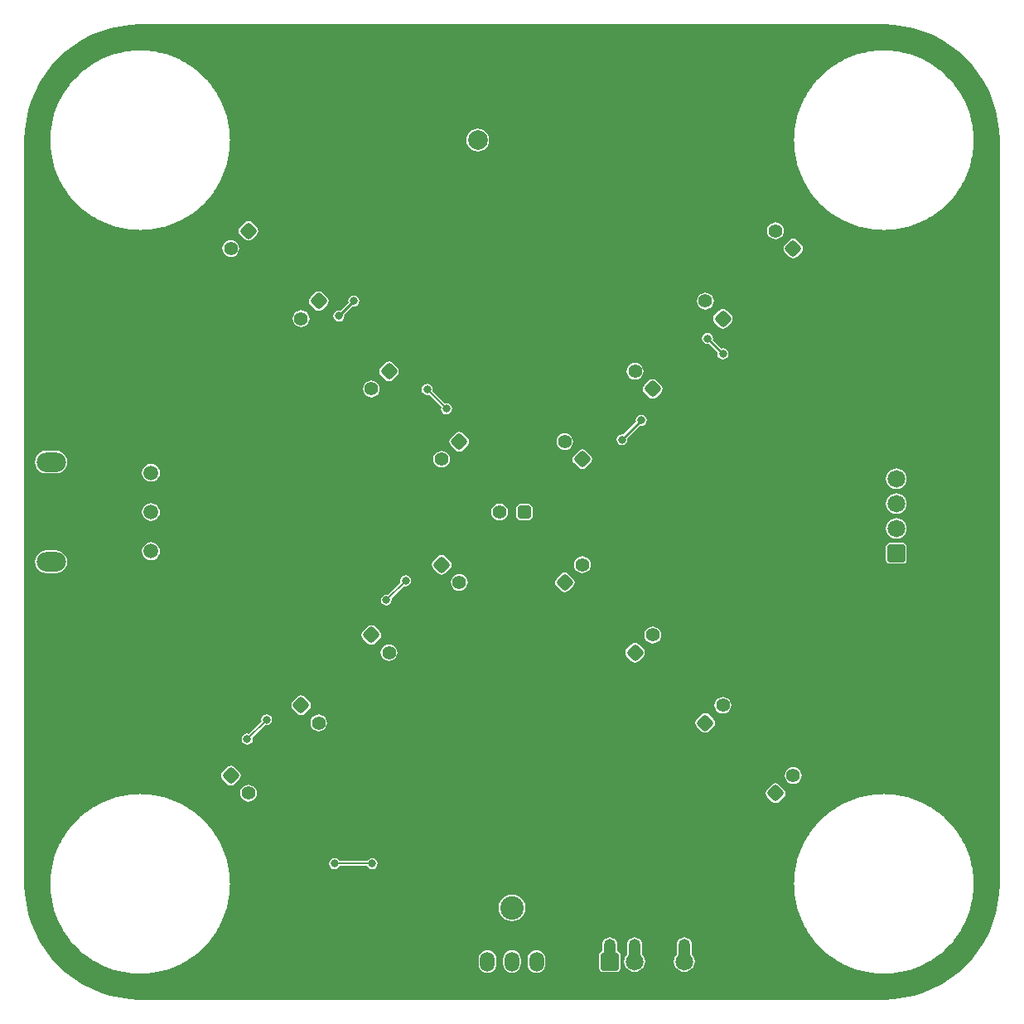
<source format=gbr>
%TF.GenerationSoftware,Altium Limited,Altium Designer,20.1.8 (145)*%
G04 Layer_Physical_Order=1*
G04 Layer_Color=255*
%FSLAX45Y45*%
%MOMM*%
%TF.SameCoordinates,5961E689-EF10-4C47-967A-3E799B42680D*%
%TF.FilePolarity,Positive*%
%TF.FileFunction,Copper,L1,Top,Signal*%
%TF.Part,Single*%
G01*
G75*
%TA.AperFunction,SMDPad,CuDef*%
G04:AMPARAMS|DCode=10|XSize=1.25mm|YSize=3mm|CornerRadius=0.625mm|HoleSize=0mm|Usage=FLASHONLY|Rotation=0.000|XOffset=0mm|YOffset=0mm|HoleType=Round|Shape=RoundedRectangle|*
%AMROUNDEDRECTD10*
21,1,1.25000,1.75000,0,0,0.0*
21,1,0.00000,3.00000,0,0,0.0*
1,1,1.25000,0.00000,-0.87500*
1,1,1.25000,0.00000,-0.87500*
1,1,1.25000,0.00000,0.87500*
1,1,1.25000,0.00000,0.87500*
%
%ADD10ROUNDEDRECTD10*%
%TA.AperFunction,Conductor*%
%ADD11C,0.20320*%
%ADD12C,0.25400*%
%TA.AperFunction,ComponentPad*%
%ADD13O,3.00000X2.00000*%
%ADD14C,1.50000*%
G04:AMPARAMS|DCode=15|XSize=1.8mm|YSize=1.8mm|CornerRadius=0.9mm|HoleSize=0mm|Usage=FLASHONLY|Rotation=90.000|XOffset=0mm|YOffset=0mm|HoleType=Round|Shape=RoundedRectangle|*
%AMROUNDEDRECTD15*
21,1,1.80000,0.00000,0,0,90.0*
21,1,0.00000,1.80000,0,0,90.0*
1,1,1.80000,0.00000,0.00000*
1,1,1.80000,0.00000,0.00000*
1,1,1.80000,0.00000,0.00000*
1,1,1.80000,0.00000,0.00000*
%
%ADD15ROUNDEDRECTD15*%
G04:AMPARAMS|DCode=16|XSize=1.8mm|YSize=1.8mm|CornerRadius=0.18mm|HoleSize=0mm|Usage=FLASHONLY|Rotation=90.000|XOffset=0mm|YOffset=0mm|HoleType=Round|Shape=RoundedRectangle|*
%AMROUNDEDRECTD16*
21,1,1.80000,1.44000,0,0,90.0*
21,1,1.44000,1.80000,0,0,90.0*
1,1,0.36000,0.72000,0.72000*
1,1,0.36000,0.72000,-0.72000*
1,1,0.36000,-0.72000,-0.72000*
1,1,0.36000,-0.72000,0.72000*
%
%ADD16ROUNDEDRECTD16*%
%TA.AperFunction,ViaPad*%
%ADD17C,5.00000*%
%TA.AperFunction,ComponentPad*%
G04:AMPARAMS|DCode=18|XSize=1.5mm|YSize=2mm|CornerRadius=0.75mm|HoleSize=0mm|Usage=FLASHONLY|Rotation=180.000|XOffset=0mm|YOffset=0mm|HoleType=Round|Shape=RoundedRectangle|*
%AMROUNDEDRECTD18*
21,1,1.50000,0.50000,0,0,180.0*
21,1,0.00000,2.00000,0,0,180.0*
1,1,1.50000,0.00000,0.25000*
1,1,1.50000,0.00000,0.25000*
1,1,1.50000,0.00000,-0.25000*
1,1,1.50000,0.00000,-0.25000*
%
%ADD18ROUNDEDRECTD18*%
G04:AMPARAMS|DCode=19|XSize=1.8mm|YSize=1.8mm|CornerRadius=0.18mm|HoleSize=0mm|Usage=FLASHONLY|Rotation=0.000|XOffset=0mm|YOffset=0mm|HoleType=Round|Shape=RoundedRectangle|*
%AMROUNDEDRECTD19*
21,1,1.80000,1.44000,0,0,0.0*
21,1,1.44000,1.80000,0,0,0.0*
1,1,0.36000,0.72000,-0.72000*
1,1,0.36000,-0.72000,-0.72000*
1,1,0.36000,-0.72000,0.72000*
1,1,0.36000,0.72000,0.72000*
%
%ADD19ROUNDEDRECTD19*%
G04:AMPARAMS|DCode=20|XSize=1.8mm|YSize=1.8mm|CornerRadius=0.9mm|HoleSize=0mm|Usage=FLASHONLY|Rotation=0.000|XOffset=0mm|YOffset=0mm|HoleType=Round|Shape=RoundedRectangle|*
%AMROUNDEDRECTD20*
21,1,1.80000,0.00000,0,0,0.0*
21,1,0.00000,1.80000,0,0,0.0*
1,1,1.80000,0.00000,0.00000*
1,1,1.80000,0.00000,0.00000*
1,1,1.80000,0.00000,0.00000*
1,1,1.80000,0.00000,0.00000*
%
%ADD20ROUNDEDRECTD20*%
%ADD21C,2.40000*%
%ADD22C,2.00000*%
%ADD23C,1.40000*%
G04:AMPARAMS|DCode=24|XSize=1.4mm|YSize=1.4mm|CornerRadius=0.35mm|HoleSize=0mm|Usage=FLASHONLY|Rotation=315.000|XOffset=0mm|YOffset=0mm|HoleType=Round|Shape=RoundedRectangle|*
%AMROUNDEDRECTD24*
21,1,1.40000,0.70000,0,0,315.0*
21,1,0.70000,1.40000,0,0,315.0*
1,1,0.70000,0.00000,-0.49498*
1,1,0.70000,-0.49498,0.00000*
1,1,0.70000,0.00000,0.49498*
1,1,0.70000,0.49498,0.00000*
%
%ADD24ROUNDEDRECTD24*%
G04:AMPARAMS|DCode=25|XSize=1.4mm|YSize=1.4mm|CornerRadius=0.35mm|HoleSize=0mm|Usage=FLASHONLY|Rotation=90.000|XOffset=0mm|YOffset=0mm|HoleType=Round|Shape=RoundedRectangle|*
%AMROUNDEDRECTD25*
21,1,1.40000,0.70000,0,0,90.0*
21,1,0.70000,1.40000,0,0,90.0*
1,1,0.70000,0.35000,0.35000*
1,1,0.70000,0.35000,-0.35000*
1,1,0.70000,-0.35000,-0.35000*
1,1,0.70000,-0.35000,0.35000*
%
%ADD25ROUNDEDRECTD25*%
G04:AMPARAMS|DCode=26|XSize=1.4mm|YSize=1.4mm|CornerRadius=0.35mm|HoleSize=0mm|Usage=FLASHONLY|Rotation=45.000|XOffset=0mm|YOffset=0mm|HoleType=Round|Shape=RoundedRectangle|*
%AMROUNDEDRECTD26*
21,1,1.40000,0.70000,0,0,45.0*
21,1,0.70000,1.40000,0,0,45.0*
1,1,0.70000,0.49498,0.00000*
1,1,0.70000,0.00000,-0.49498*
1,1,0.70000,-0.49498,0.00000*
1,1,0.70000,0.00000,0.49498*
%
%ADD26ROUNDEDRECTD26*%
%TA.AperFunction,ViaPad*%
%ADD27C,0.80000*%
G36*
X3903135Y4978843D02*
X4005486Y4965369D01*
X4106272Y4943025D01*
X4204728Y4911982D01*
X4300104Y4872476D01*
X4391673Y4824808D01*
X4478740Y4769340D01*
X4560640Y4706496D01*
X4636752Y4636752D01*
X4706496Y4560640D01*
X4769340Y4478740D01*
X4824808Y4391673D01*
X4872476Y4300104D01*
X4911982Y4204728D01*
X4943025Y4106272D01*
X4965369Y4005486D01*
X4978843Y3903135D01*
X4982794Y3812644D01*
X4983166Y3800000D01*
X4983166Y3800000D01*
X4983167Y3787472D01*
X4983165Y-3800000D01*
X4983313Y-3800749D01*
X4978843Y-3903135D01*
X4965369Y-4005486D01*
X4943025Y-4106272D01*
X4911982Y-4204728D01*
X4872476Y-4300104D01*
X4824808Y-4391673D01*
X4769340Y-4478740D01*
X4706496Y-4560640D01*
X4636752Y-4636752D01*
X4560640Y-4706496D01*
X4478740Y-4769340D01*
X4391673Y-4824808D01*
X4300104Y-4872476D01*
X4204728Y-4911982D01*
X4106272Y-4943025D01*
X4005486Y-4965369D01*
X3903135Y-4978843D01*
X3800740Y-4983314D01*
X3800000Y-4983167D01*
X-3787309Y-4983167D01*
X-3800000Y-4983166D01*
X-3812548Y-4982798D01*
X-3903135Y-4978843D01*
X-4005486Y-4965369D01*
X-4106272Y-4943025D01*
X-4204728Y-4911982D01*
X-4300104Y-4872476D01*
X-4391673Y-4824808D01*
X-4478740Y-4769340D01*
X-4560640Y-4706496D01*
X-4636752Y-4636752D01*
X-4706496Y-4560640D01*
X-4769340Y-4478740D01*
X-4824808Y-4391673D01*
X-4872476Y-4300104D01*
X-4911982Y-4204728D01*
X-4943025Y-4106272D01*
X-4965369Y-4005486D01*
X-4978843Y-3903135D01*
X-4982798Y-3812548D01*
X-4983166Y-3800000D01*
X-4983167D01*
X-4983169Y-3799990D01*
X-4983166Y3800000D01*
X-4983314Y3800741D01*
X-4978843Y3903135D01*
X-4965369Y4005486D01*
X-4943025Y4106272D01*
X-4911982Y4204728D01*
X-4872476Y4300104D01*
X-4824808Y4391673D01*
X-4769340Y4478740D01*
X-4706496Y4560640D01*
X-4636752Y4636752D01*
X-4560640Y4706496D01*
X-4478740Y4769340D01*
X-4391673Y4824808D01*
X-4300104Y4872476D01*
X-4204728Y4911982D01*
X-4106272Y4943025D01*
X-4005486Y4965369D01*
X-3903135Y4978843D01*
X-3800743Y4983314D01*
X-3800000Y4983166D01*
X3800000Y4983167D01*
X3800740Y4983314D01*
X3903135Y4978843D01*
D02*
G37*
%LPC*%
G36*
X3800000Y4717615D02*
X3777209Y4716496D01*
X3755786D01*
X3754991Y4716167D01*
X3754169Y4716416D01*
X3732850Y4714316D01*
X3710058Y4713197D01*
X3687486Y4709849D01*
X3666166Y4707749D01*
X3665408Y4707344D01*
X3664565Y4707511D01*
X3643555Y4703332D01*
X3620982Y4699984D01*
X3598844Y4694438D01*
X3577836Y4690260D01*
X3577121Y4689782D01*
X3576266Y4689866D01*
X3555765Y4683648D01*
X3533630Y4678103D01*
X3512147Y4670416D01*
X3491645Y4664197D01*
X3490980Y4663652D01*
X3490121D01*
X3470332Y4655455D01*
X3448844Y4647766D01*
X3428211Y4638008D01*
X3408424Y4629811D01*
X3407816Y4629204D01*
X3406960Y4629120D01*
X3388068Y4619021D01*
X3367439Y4609265D01*
X3347867Y4597534D01*
X3328974Y4587435D01*
X3328428Y4586770D01*
X3327585Y4586602D01*
X3309771Y4574700D01*
X3290200Y4562969D01*
X3271874Y4549378D01*
X3254059Y4537474D01*
X3253582Y4536759D01*
X3252759Y4536510D01*
X3236199Y4522919D01*
X3217871Y4509326D01*
X3200962Y4494001D01*
X3184403Y4480411D01*
X3183998Y4479653D01*
X3183204Y4479325D01*
X3168056Y4464176D01*
X3151148Y4448852D01*
X3135822Y4431943D01*
X3120675Y4416796D01*
X3120347Y4416002D01*
X3119588Y4415597D01*
X3105998Y4399037D01*
X3090674Y4382129D01*
X3077081Y4363802D01*
X3063490Y4347241D01*
X3063241Y4346418D01*
X3062525Y4345941D01*
X3050622Y4328125D01*
X3037031Y4309800D01*
X3025301Y4290230D01*
X3013397Y4272415D01*
X3013230Y4271572D01*
X3012565Y4271026D01*
X3002465Y4252131D01*
X2990735Y4232561D01*
X2980979Y4211934D01*
X2970880Y4193039D01*
X2970796Y4192184D01*
X2970188Y4191576D01*
X2961991Y4171786D01*
X2952234Y4151156D01*
X2944546Y4129671D01*
X2936348Y4109879D01*
Y4109019D01*
X2935803Y4108355D01*
X2929584Y4087854D01*
X2921897Y4066370D01*
X2916353Y4044237D01*
X2910133Y4023734D01*
X2910218Y4022878D01*
X2909740Y4022164D01*
X2905561Y4001152D01*
X2900016Y3979018D01*
X2896669Y3956449D01*
X2892488Y3935435D01*
X2892656Y3934592D01*
X2892251Y3933833D01*
X2890151Y3912512D01*
X2886803Y3889942D01*
X2885684Y3867151D01*
X2883584Y3845831D01*
X2883833Y3845008D01*
X2883504Y3844214D01*
Y3822791D01*
X2882385Y3800000D01*
X2883504Y3777209D01*
Y3755786D01*
X2883833Y3754991D01*
X2883584Y3754169D01*
X2885684Y3732848D01*
X2886803Y3710058D01*
X2890151Y3687489D01*
X2892251Y3666166D01*
X2892656Y3665408D01*
X2892488Y3664565D01*
X2896669Y3643550D01*
X2900016Y3620982D01*
X2905560Y3598849D01*
X2909740Y3577836D01*
X2910218Y3577121D01*
X2910133Y3576266D01*
X2916354Y3555760D01*
X2921897Y3533630D01*
X2929582Y3512151D01*
X2935803Y3491645D01*
X2936348Y3490980D01*
Y3490121D01*
X2944547Y3470327D01*
X2952234Y3448844D01*
X2961990Y3428215D01*
X2970188Y3408424D01*
X2970796Y3407816D01*
X2970880Y3406960D01*
X2980981Y3388064D01*
X2990735Y3367439D01*
X3002464Y3347871D01*
X3012565Y3328974D01*
X3013230Y3328428D01*
X3013397Y3327585D01*
X3025303Y3309767D01*
X3037031Y3290200D01*
X3050620Y3271878D01*
X3062525Y3254059D01*
X3063241Y3253582D01*
X3063490Y3252759D01*
X3077083Y3236195D01*
X3090674Y3217871D01*
X3105996Y3200965D01*
X3119588Y3184403D01*
X3120346Y3183998D01*
X3120675Y3183204D01*
X3135826Y3168053D01*
X3151148Y3151148D01*
X3168054Y3135825D01*
X3183204Y3120675D01*
X3183998Y3120347D01*
X3184403Y3119588D01*
X3200965Y3105996D01*
X3217871Y3090674D01*
X3236195Y3077083D01*
X3252759Y3063490D01*
X3253582Y3063241D01*
X3254059Y3062525D01*
X3271878Y3050620D01*
X3290200Y3037031D01*
X3309767Y3025303D01*
X3327585Y3013397D01*
X3328428Y3013230D01*
X3328974Y3012565D01*
X3347871Y3002464D01*
X3367439Y2990735D01*
X3388064Y2980981D01*
X3406960Y2970880D01*
X3407816Y2970796D01*
X3408424Y2970188D01*
X3428215Y2961990D01*
X3448844Y2952234D01*
X3470327Y2944547D01*
X3490121Y2936348D01*
X3490981D01*
X3491645Y2935803D01*
X3512148Y2929583D01*
X3533630Y2921897D01*
X3555761Y2916353D01*
X3576266Y2910133D01*
X3577121Y2910218D01*
X3577836Y2909740D01*
X3598849Y2905560D01*
X3620982Y2900016D01*
X3643550Y2896669D01*
X3664565Y2892488D01*
X3665408Y2892656D01*
X3666166Y2892251D01*
X3687489Y2890151D01*
X3710058Y2886803D01*
X3732849Y2885684D01*
X3754169Y2883584D01*
X3754991Y2883833D01*
X3755786Y2883504D01*
X3777209D01*
X3800000Y2882385D01*
X3822791Y2883504D01*
X3844214D01*
X3845008Y2883833D01*
X3845831Y2883584D01*
X3867151Y2885684D01*
X3889942Y2886803D01*
X3912512Y2890151D01*
X3933833Y2892251D01*
X3934592Y2892656D01*
X3935435Y2892488D01*
X3956449Y2896669D01*
X3979018Y2900016D01*
X4001152Y2905561D01*
X4022164Y2909740D01*
X4022878Y2910218D01*
X4023734Y2910133D01*
X4044238Y2916353D01*
X4066370Y2921897D01*
X4087850Y2929583D01*
X4108355Y2935803D01*
X4109019Y2936348D01*
X4109879D01*
X4129671Y2944546D01*
X4151156Y2952234D01*
X4171786Y2961991D01*
X4191576Y2970188D01*
X4192184Y2970796D01*
X4193039Y2970880D01*
X4211934Y2980979D01*
X4232561Y2990735D01*
X4252131Y3002465D01*
X4271026Y3012565D01*
X4271572Y3013230D01*
X4272415Y3013397D01*
X4290230Y3025301D01*
X4309800Y3037031D01*
X4328125Y3050622D01*
X4345941Y3062525D01*
X4346418Y3063241D01*
X4347241Y3063490D01*
X4363802Y3077081D01*
X4382129Y3090674D01*
X4399037Y3105998D01*
X4415597Y3119588D01*
X4416002Y3120346D01*
X4416796Y3120675D01*
X4431944Y3135824D01*
X4448852Y3151148D01*
X4464178Y3168057D01*
X4479324Y3183204D01*
X4479653Y3183998D01*
X4480411Y3184403D01*
X4494001Y3200962D01*
X4509326Y3217871D01*
X4522919Y3236199D01*
X4536510Y3252759D01*
X4536759Y3253582D01*
X4537474Y3254059D01*
X4549378Y3271874D01*
X4562969Y3290200D01*
X4574700Y3309771D01*
X4586602Y3327585D01*
X4586770Y3328428D01*
X4587435Y3328974D01*
X4597534Y3347867D01*
X4609265Y3367439D01*
X4619021Y3388068D01*
X4629120Y3406960D01*
X4629204Y3407816D01*
X4629811Y3408424D01*
X4638008Y3428211D01*
X4647766Y3448844D01*
X4655455Y3470332D01*
X4663652Y3490121D01*
Y3490981D01*
X4664197Y3491645D01*
X4670415Y3512143D01*
X4678103Y3533630D01*
X4683648Y3555766D01*
X4689866Y3576266D01*
X4689782Y3577121D01*
X4690260Y3577836D01*
X4694438Y3598844D01*
X4699984Y3620982D01*
X4703332Y3643555D01*
X4707511Y3664565D01*
X4707344Y3665408D01*
X4707749Y3666166D01*
X4709849Y3687485D01*
X4713197Y3710058D01*
X4714316Y3732850D01*
X4716416Y3754169D01*
X4716167Y3754991D01*
X4716496Y3755786D01*
Y3777209D01*
X4717615Y3800000D01*
X4716496Y3822791D01*
Y3844214D01*
X4716167Y3845008D01*
X4716416Y3845831D01*
X4714316Y3867150D01*
X4713197Y3889942D01*
X4709849Y3912515D01*
X4707749Y3933834D01*
X4707344Y3934592D01*
X4707511Y3935435D01*
X4703332Y3956444D01*
X4699984Y3979018D01*
X4694438Y4001157D01*
X4690260Y4022164D01*
X4689782Y4022878D01*
X4689866Y4023734D01*
X4683648Y4044233D01*
X4678103Y4066370D01*
X4670416Y4087855D01*
X4664197Y4108355D01*
X4663652Y4109019D01*
Y4109879D01*
X4655456Y4129666D01*
X4647766Y4151156D01*
X4638007Y4171791D01*
X4629811Y4191576D01*
X4629204Y4192184D01*
X4629120Y4193039D01*
X4619023Y4211930D01*
X4609265Y4232561D01*
X4597532Y4252135D01*
X4587435Y4271026D01*
X4586770Y4271572D01*
X4586602Y4272415D01*
X4574701Y4290226D01*
X4562969Y4309800D01*
X4549376Y4328128D01*
X4537474Y4345941D01*
X4536759Y4346418D01*
X4536510Y4347241D01*
X4522921Y4363799D01*
X4509326Y4382129D01*
X4493999Y4399040D01*
X4480411Y4415597D01*
X4479653Y4416002D01*
X4479325Y4416796D01*
X4464179Y4431942D01*
X4448852Y4448852D01*
X4431940Y4464180D01*
X4416796Y4479324D01*
X4416002Y4479653D01*
X4415597Y4480411D01*
X4399040Y4493999D01*
X4382129Y4509326D01*
X4363799Y4522921D01*
X4347241Y4536510D01*
X4346418Y4536759D01*
X4345941Y4537474D01*
X4328128Y4549376D01*
X4309800Y4562969D01*
X4290226Y4574701D01*
X4272415Y4586602D01*
X4271572Y4586770D01*
X4271026Y4587435D01*
X4252135Y4597532D01*
X4232561Y4609265D01*
X4211930Y4619023D01*
X4193039Y4629120D01*
X4192184Y4629204D01*
X4191576Y4629811D01*
X4171791Y4638007D01*
X4151156Y4647766D01*
X4129666Y4655456D01*
X4109879Y4663652D01*
X4109019D01*
X4108355Y4664197D01*
X4087858Y4670414D01*
X4066370Y4678103D01*
X4044232Y4683648D01*
X4023734Y4689866D01*
X4022878Y4689782D01*
X4022164Y4690260D01*
X4001157Y4694438D01*
X3979018Y4699984D01*
X3956444Y4703332D01*
X3935435Y4707511D01*
X3934592Y4707344D01*
X3933833Y4707749D01*
X3912515Y4709848D01*
X3889942Y4713197D01*
X3867150Y4714316D01*
X3845831Y4716416D01*
X3845008Y4716167D01*
X3844214Y4716496D01*
X3822791D01*
X3800000Y4717615D01*
D02*
G37*
G36*
X-3800000D02*
X-3822791Y4716496D01*
X-3844214D01*
X-3845009Y4716167D01*
X-3845831Y4716416D01*
X-3867151Y4714316D01*
X-3889942Y4713197D01*
X-3912514Y4709849D01*
X-3933834Y4707749D01*
X-3934592Y4707344D01*
X-3935435Y4707511D01*
X-3956445Y4703332D01*
X-3979018Y4699984D01*
X-4001156Y4694438D01*
X-4022164Y4690260D01*
X-4022879Y4689782D01*
X-4023734Y4689866D01*
X-4044235Y4683648D01*
X-4066370Y4678103D01*
X-4087853Y4670416D01*
X-4108355Y4664197D01*
X-4109020Y4663652D01*
X-4109879D01*
X-4129668Y4655455D01*
X-4151156Y4647766D01*
X-4171789Y4638008D01*
X-4191576Y4629811D01*
X-4192184Y4629204D01*
X-4193040Y4629120D01*
X-4211932Y4619021D01*
X-4232561Y4609265D01*
X-4252133Y4597534D01*
X-4271027Y4587435D01*
X-4271572Y4586770D01*
X-4272415Y4586602D01*
X-4290229Y4574700D01*
X-4309800Y4562969D01*
X-4328126Y4549378D01*
X-4345941Y4537474D01*
X-4346419Y4536759D01*
X-4347241Y4536510D01*
X-4363801Y4522919D01*
X-4382129Y4509326D01*
X-4399038Y4494001D01*
X-4415597Y4480411D01*
X-4416002Y4479653D01*
X-4416796Y4479325D01*
X-4431944Y4464176D01*
X-4448852Y4448852D01*
X-4464178Y4431943D01*
X-4479325Y4416796D01*
X-4479653Y4416002D01*
X-4480412Y4415597D01*
X-4494002Y4399037D01*
X-4509326Y4382129D01*
X-4522919Y4363802D01*
X-4536510Y4347241D01*
X-4536760Y4346418D01*
X-4537475Y4345941D01*
X-4549379Y4328125D01*
X-4562969Y4309800D01*
X-4574699Y4290230D01*
X-4586603Y4272415D01*
X-4586770Y4271572D01*
X-4587435Y4271026D01*
X-4597535Y4252131D01*
X-4609265Y4232561D01*
X-4619021Y4211934D01*
X-4629120Y4193039D01*
X-4629204Y4192184D01*
X-4629812Y4191576D01*
X-4638009Y4171786D01*
X-4647766Y4151156D01*
X-4655454Y4129671D01*
X-4663652Y4109879D01*
Y4109019D01*
X-4664197Y4108355D01*
X-4670416Y4087854D01*
X-4678103Y4066370D01*
X-4683647Y4044237D01*
X-4689867Y4023734D01*
X-4689782Y4022878D01*
X-4690260Y4022164D01*
X-4694439Y4001152D01*
X-4699984Y3979018D01*
X-4703331Y3956449D01*
X-4707512Y3935435D01*
X-4707344Y3934592D01*
X-4707749Y3933833D01*
X-4709849Y3912512D01*
X-4713197Y3889942D01*
X-4714316Y3867151D01*
X-4716416Y3845831D01*
X-4716167Y3845008D01*
X-4716496Y3844214D01*
Y3822791D01*
X-4717615Y3800000D01*
X-4716496Y3777209D01*
Y3755786D01*
X-4716167Y3754991D01*
X-4716416Y3754169D01*
X-4714316Y3732848D01*
X-4713197Y3710058D01*
X-4709849Y3687489D01*
X-4707749Y3666166D01*
X-4707344Y3665408D01*
X-4707512Y3664565D01*
X-4703331Y3643550D01*
X-4699984Y3620982D01*
X-4694440Y3598849D01*
X-4690260Y3577836D01*
X-4689782Y3577121D01*
X-4689867Y3576266D01*
X-4683646Y3555760D01*
X-4678103Y3533630D01*
X-4670418Y3512151D01*
X-4664197Y3491645D01*
X-4663652Y3490980D01*
Y3490121D01*
X-4655453Y3470327D01*
X-4647766Y3448844D01*
X-4638010Y3428215D01*
X-4629812Y3408424D01*
X-4629204Y3407816D01*
X-4629120Y3406960D01*
X-4619019Y3388064D01*
X-4609265Y3367439D01*
X-4597536Y3347871D01*
X-4587435Y3328974D01*
X-4586770Y3328428D01*
X-4586603Y3327585D01*
X-4574697Y3309767D01*
X-4562969Y3290200D01*
X-4549380Y3271878D01*
X-4537475Y3254059D01*
X-4536760Y3253582D01*
X-4536510Y3252759D01*
X-4522917Y3236195D01*
X-4509326Y3217871D01*
X-4494004Y3200965D01*
X-4480412Y3184403D01*
X-4479654Y3183998D01*
X-4479325Y3183204D01*
X-4464174Y3168053D01*
X-4448852Y3151148D01*
X-4431946Y3135825D01*
X-4416796Y3120675D01*
X-4416002Y3120347D01*
X-4415597Y3119588D01*
X-4399035Y3105996D01*
X-4382129Y3090674D01*
X-4363805Y3077083D01*
X-4347241Y3063490D01*
X-4346419Y3063241D01*
X-4345941Y3062525D01*
X-4328122Y3050620D01*
X-4309800Y3037031D01*
X-4290233Y3025303D01*
X-4272415Y3013397D01*
X-4271572Y3013230D01*
X-4271027Y3012565D01*
X-4252129Y3002464D01*
X-4232561Y2990735D01*
X-4211936Y2980981D01*
X-4193040Y2970880D01*
X-4192184Y2970796D01*
X-4191576Y2970188D01*
X-4171785Y2961990D01*
X-4151156Y2952234D01*
X-4129673Y2944547D01*
X-4109879Y2936348D01*
X-4109019D01*
X-4108355Y2935803D01*
X-4087852Y2929583D01*
X-4066370Y2921897D01*
X-4044239Y2916353D01*
X-4023734Y2910133D01*
X-4022879Y2910218D01*
X-4022164Y2909740D01*
X-4001151Y2905560D01*
X-3979018Y2900016D01*
X-3956450Y2896669D01*
X-3935435Y2892488D01*
X-3934592Y2892656D01*
X-3933834Y2892251D01*
X-3912511Y2890151D01*
X-3889942Y2886803D01*
X-3867151Y2885684D01*
X-3845831Y2883584D01*
X-3845009Y2883833D01*
X-3844214Y2883504D01*
X-3822791D01*
X-3800000Y2882385D01*
X-3777209Y2883504D01*
X-3755786D01*
X-3754992Y2883833D01*
X-3754169Y2883584D01*
X-3732849Y2885684D01*
X-3710058Y2886803D01*
X-3687488Y2890151D01*
X-3666167Y2892251D01*
X-3665408Y2892656D01*
X-3664565Y2892488D01*
X-3643551Y2896669D01*
X-3620982Y2900016D01*
X-3598848Y2905561D01*
X-3577836Y2909740D01*
X-3577122Y2910218D01*
X-3576266Y2910133D01*
X-3555762Y2916353D01*
X-3533630Y2921897D01*
X-3512150Y2929583D01*
X-3491645Y2935803D01*
X-3490981Y2936348D01*
X-3490121D01*
X-3470329Y2944546D01*
X-3448844Y2952234D01*
X-3428214Y2961991D01*
X-3408424Y2970188D01*
X-3407816Y2970796D01*
X-3406961Y2970880D01*
X-3388066Y2980979D01*
X-3367439Y2990735D01*
X-3347869Y3002465D01*
X-3328974Y3012565D01*
X-3328428Y3013230D01*
X-3327585Y3013397D01*
X-3309770Y3025301D01*
X-3290200Y3037031D01*
X-3271875Y3050622D01*
X-3254060Y3062525D01*
X-3253582Y3063241D01*
X-3252759Y3063490D01*
X-3236198Y3077081D01*
X-3217871Y3090674D01*
X-3200963Y3105998D01*
X-3184403Y3119588D01*
X-3183998Y3120346D01*
X-3183204Y3120675D01*
X-3168056Y3135824D01*
X-3151148Y3151148D01*
X-3135822Y3168057D01*
X-3120676Y3183204D01*
X-3120347Y3183998D01*
X-3119589Y3184403D01*
X-3105999Y3200962D01*
X-3090674Y3217871D01*
X-3077081Y3236199D01*
X-3063490Y3252759D01*
X-3063241Y3253582D01*
X-3062526Y3254059D01*
X-3050622Y3271874D01*
X-3037031Y3290200D01*
X-3025300Y3309771D01*
X-3013398Y3327585D01*
X-3013230Y3328428D01*
X-3012565Y3328974D01*
X-3002466Y3347867D01*
X-2990735Y3367439D01*
X-2980979Y3388068D01*
X-2970881Y3406960D01*
X-2970796Y3407816D01*
X-2970189Y3408424D01*
X-2961992Y3428211D01*
X-2952234Y3448844D01*
X-2944545Y3470332D01*
X-2936348Y3490121D01*
Y3490981D01*
X-2935803Y3491645D01*
X-2929585Y3512143D01*
X-2921897Y3533630D01*
X-2916352Y3555766D01*
X-2910134Y3576266D01*
X-2910218Y3577121D01*
X-2909740Y3577836D01*
X-2905562Y3598844D01*
X-2900016Y3620982D01*
X-2896668Y3643555D01*
X-2892489Y3664565D01*
X-2892656Y3665408D01*
X-2892251Y3666166D01*
X-2890151Y3687485D01*
X-2886803Y3710058D01*
X-2885684Y3732850D01*
X-2883584Y3754169D01*
X-2883833Y3754991D01*
X-2883504Y3755786D01*
Y3777209D01*
X-2882385Y3800000D01*
X-2883504Y3822791D01*
Y3844214D01*
X-2883833Y3845008D01*
X-2883584Y3845831D01*
X-2885684Y3867150D01*
X-2886803Y3889942D01*
X-2890151Y3912515D01*
X-2892251Y3933834D01*
X-2892656Y3934592D01*
X-2892489Y3935435D01*
X-2896668Y3956444D01*
X-2900016Y3979018D01*
X-2905562Y4001157D01*
X-2909740Y4022164D01*
X-2910218Y4022878D01*
X-2910134Y4023734D01*
X-2916352Y4044233D01*
X-2921897Y4066370D01*
X-2929584Y4087855D01*
X-2935803Y4108355D01*
X-2936348Y4109019D01*
Y4109879D01*
X-2944545Y4129666D01*
X-2952234Y4151156D01*
X-2961993Y4171791D01*
X-2970189Y4191576D01*
X-2970796Y4192184D01*
X-2970881Y4193039D01*
X-2980978Y4211930D01*
X-2990735Y4232561D01*
X-3002468Y4252135D01*
X-3012565Y4271026D01*
X-3013230Y4271572D01*
X-3013398Y4272415D01*
X-3025299Y4290226D01*
X-3037031Y4309800D01*
X-3050624Y4328128D01*
X-3062526Y4345941D01*
X-3063241Y4346418D01*
X-3063490Y4347241D01*
X-3077079Y4363799D01*
X-3090674Y4382129D01*
X-3106001Y4399040D01*
X-3119589Y4415597D01*
X-3120347Y4416002D01*
X-3120675Y4416796D01*
X-3135821Y4431942D01*
X-3151148Y4448852D01*
X-3168060Y4464180D01*
X-3183204Y4479324D01*
X-3183998Y4479653D01*
X-3184403Y4480411D01*
X-3200960Y4493999D01*
X-3217871Y4509326D01*
X-3236201Y4522921D01*
X-3252759Y4536510D01*
X-3253582Y4536759D01*
X-3254060Y4537474D01*
X-3271872Y4549376D01*
X-3290200Y4562969D01*
X-3309774Y4574701D01*
X-3327585Y4586602D01*
X-3328428Y4586770D01*
X-3328974Y4587435D01*
X-3347865Y4597532D01*
X-3367439Y4609265D01*
X-3388070Y4619023D01*
X-3406961Y4629120D01*
X-3407816Y4629204D01*
X-3408424Y4629811D01*
X-3428209Y4638007D01*
X-3448844Y4647766D01*
X-3470334Y4655456D01*
X-3490121Y4663652D01*
X-3490981D01*
X-3491645Y4664197D01*
X-3512142Y4670414D01*
X-3533630Y4678103D01*
X-3555768Y4683648D01*
X-3576266Y4689866D01*
X-3577122Y4689782D01*
X-3577836Y4690260D01*
X-3598843Y4694438D01*
X-3620982Y4699984D01*
X-3643556Y4703332D01*
X-3664565Y4707511D01*
X-3665408Y4707344D01*
X-3666167Y4707749D01*
X-3687485Y4709848D01*
X-3710058Y4713197D01*
X-3732850Y4714316D01*
X-3754169Y4716416D01*
X-3754992Y4716167D01*
X-3755786Y4716496D01*
X-3777209D01*
X-3800000Y4717615D01*
D02*
G37*
G36*
X-350000Y3916234D02*
X-380084Y3912274D01*
X-408117Y3900662D01*
X-432190Y3882190D01*
X-450662Y3858117D01*
X-462274Y3830084D01*
X-466235Y3800000D01*
X-462274Y3769916D01*
X-450662Y3741883D01*
X-432190Y3717810D01*
X-408117Y3699338D01*
X-380084Y3687726D01*
X-350000Y3683766D01*
X-319916Y3687726D01*
X-291883Y3699338D01*
X-267810Y3717810D01*
X-249338Y3741883D01*
X-237726Y3769916D01*
X-233766Y3800000D01*
X-237726Y3830084D01*
X-249338Y3858117D01*
X-267810Y3882190D01*
X-291883Y3900662D01*
X-319916Y3912274D01*
X-350000Y3916234D01*
D02*
G37*
G36*
X2694077Y2959657D02*
X2671825Y2956728D01*
X2651089Y2948139D01*
X2633283Y2934476D01*
X2619620Y2916669D01*
X2611031Y2895934D01*
X2608101Y2873682D01*
X2611031Y2851430D01*
X2619620Y2830694D01*
X2633283Y2812888D01*
X2651089Y2799225D01*
X2671825Y2790636D01*
X2694077Y2787706D01*
X2716329Y2790636D01*
X2737064Y2799225D01*
X2754871Y2812888D01*
X2768534Y2830694D01*
X2777123Y2851430D01*
X2780052Y2873682D01*
X2777123Y2895934D01*
X2768534Y2916669D01*
X2754871Y2934476D01*
X2737064Y2948139D01*
X2716329Y2956728D01*
X2694077Y2959657D01*
D02*
G37*
G36*
X-2694077Y2974403D02*
X-2713680Y2970504D01*
X-2730298Y2959400D01*
X-2779795Y2909903D01*
X-2790899Y2893285D01*
X-2794798Y2873682D01*
X-2790899Y2854079D01*
X-2779795Y2837461D01*
X-2730298Y2787963D01*
X-2713680Y2776859D01*
X-2694077Y2772960D01*
X-2674474Y2776859D01*
X-2657856Y2787963D01*
X-2608359Y2837461D01*
X-2597254Y2854079D01*
X-2593355Y2873682D01*
X-2597254Y2893285D01*
X-2608359Y2909903D01*
X-2657856Y2959400D01*
X-2674474Y2970504D01*
X-2694077Y2974403D01*
D02*
G37*
G36*
X-2873682Y2780052D02*
X-2895934Y2777123D01*
X-2916669Y2768534D01*
X-2934476Y2754871D01*
X-2948139Y2737064D01*
X-2956728Y2716329D01*
X-2959657Y2694077D01*
X-2956728Y2671825D01*
X-2948139Y2651089D01*
X-2934476Y2633283D01*
X-2916669Y2619620D01*
X-2895934Y2611031D01*
X-2873682Y2608101D01*
X-2851430Y2611031D01*
X-2830694Y2619620D01*
X-2812888Y2633283D01*
X-2799225Y2651089D01*
X-2790636Y2671825D01*
X-2787706Y2694077D01*
X-2790636Y2716329D01*
X-2799225Y2737064D01*
X-2812888Y2754871D01*
X-2830694Y2768534D01*
X-2851430Y2777123D01*
X-2873682Y2780052D01*
D02*
G37*
G36*
X2873682Y2794798D02*
X2854079Y2790899D01*
X2837461Y2779795D01*
X2787963Y2730298D01*
X2776859Y2713680D01*
X2772960Y2694077D01*
X2776859Y2674474D01*
X2787963Y2657856D01*
X2837461Y2608359D01*
X2854079Y2597254D01*
X2873682Y2593355D01*
X2893285Y2597254D01*
X2909903Y2608359D01*
X2959400Y2657856D01*
X2970504Y2674474D01*
X2974403Y2694077D01*
X2970504Y2713680D01*
X2959400Y2730298D01*
X2909903Y2779795D01*
X2893285Y2790899D01*
X2873682Y2794798D01*
D02*
G37*
G36*
X-1616446Y2211584D02*
X-1638000Y2207297D01*
X-1656272Y2195088D01*
X-1668481Y2176815D01*
X-1672768Y2155262D01*
X-1670108Y2141887D01*
X-1755736Y2056259D01*
X-1769110Y2058919D01*
X-1790664Y2054632D01*
X-1808936Y2042423D01*
X-1821145Y2024151D01*
X-1825432Y2002597D01*
X-1821145Y1981044D01*
X-1808936Y1962771D01*
X-1790664Y1950562D01*
X-1769110Y1946275D01*
X-1747557Y1950562D01*
X-1729284Y1962771D01*
X-1717075Y1981044D01*
X-1712788Y2002597D01*
X-1715448Y2015972D01*
X-1629820Y2101600D01*
X-1616446Y2098939D01*
X-1594892Y2103227D01*
X-1576620Y2115436D01*
X-1564411Y2133708D01*
X-1560124Y2155262D01*
X-1564411Y2176815D01*
X-1576620Y2195088D01*
X-1594892Y2207297D01*
X-1616446Y2211584D01*
D02*
G37*
G36*
X1975656Y2241237D02*
X1953405Y2238307D01*
X1932669Y2229718D01*
X1914863Y2216055D01*
X1901200Y2198249D01*
X1892611Y2177513D01*
X1889681Y2155261D01*
X1892611Y2133009D01*
X1901200Y2112274D01*
X1914863Y2094467D01*
X1932669Y2080805D01*
X1953405Y2072216D01*
X1975656Y2069286D01*
X1997908Y2072216D01*
X2018644Y2080805D01*
X2036450Y2094467D01*
X2050113Y2112274D01*
X2058702Y2133009D01*
X2061632Y2155261D01*
X2058702Y2177513D01*
X2050113Y2198249D01*
X2036450Y2216055D01*
X2018644Y2229718D01*
X1997908Y2238307D01*
X1975656Y2241237D01*
D02*
G37*
G36*
X-1975656Y2255983D02*
X-1995259Y2252084D01*
X-2011877Y2240980D01*
X-2061375Y2191482D01*
X-2072479Y2174864D01*
X-2076378Y2155261D01*
X-2072479Y2135659D01*
X-2061375Y2119040D01*
X-2011877Y2069543D01*
X-1995259Y2058439D01*
X-1975656Y2054540D01*
X-1956054Y2058439D01*
X-1939436Y2069543D01*
X-1889938Y2119040D01*
X-1878834Y2135659D01*
X-1874935Y2155261D01*
X-1878834Y2174864D01*
X-1889938Y2191482D01*
X-1939436Y2240980D01*
X-1956054Y2252084D01*
X-1975656Y2255983D01*
D02*
G37*
G36*
X-2155261Y2061632D02*
X-2177513Y2058702D01*
X-2198249Y2050113D01*
X-2216055Y2036450D01*
X-2229718Y2018644D01*
X-2238307Y1997908D01*
X-2241237Y1975656D01*
X-2238307Y1953405D01*
X-2229718Y1932669D01*
X-2216055Y1914863D01*
X-2198249Y1901200D01*
X-2177513Y1892611D01*
X-2155261Y1889681D01*
X-2133009Y1892611D01*
X-2112274Y1901200D01*
X-2094467Y1914863D01*
X-2080805Y1932669D01*
X-2072216Y1953405D01*
X-2069286Y1975656D01*
X-2072216Y1997908D01*
X-2080805Y2018644D01*
X-2094467Y2036450D01*
X-2112274Y2050113D01*
X-2133009Y2058702D01*
X-2155261Y2061632D01*
D02*
G37*
G36*
X2155261Y2076378D02*
X2135659Y2072479D01*
X2119040Y2061375D01*
X2069543Y2011877D01*
X2058439Y1995259D01*
X2054540Y1975656D01*
X2058439Y1956054D01*
X2069543Y1939436D01*
X2119040Y1889938D01*
X2135659Y1878834D01*
X2155261Y1874935D01*
X2174864Y1878834D01*
X2191482Y1889938D01*
X2240980Y1939436D01*
X2252084Y1956054D01*
X2255983Y1975656D01*
X2252084Y1995259D01*
X2240980Y2011877D01*
X2191482Y2061375D01*
X2174864Y2072479D01*
X2155261Y2076378D01*
D02*
G37*
G36*
X1998849Y1829180D02*
X1977296Y1824893D01*
X1959023Y1812684D01*
X1946814Y1794412D01*
X1942527Y1772858D01*
X1946814Y1751305D01*
X1959023Y1733032D01*
X1977296Y1720823D01*
X1998849Y1716536D01*
X2012224Y1719196D01*
X2101600Y1629820D01*
X2098939Y1616446D01*
X2103227Y1594892D01*
X2115436Y1576620D01*
X2133708Y1564411D01*
X2155262Y1560124D01*
X2176815Y1564411D01*
X2195088Y1576620D01*
X2207297Y1594892D01*
X2211584Y1616446D01*
X2207297Y1638000D01*
X2195088Y1656272D01*
X2176815Y1668481D01*
X2155262Y1672768D01*
X2141887Y1670108D01*
X2052511Y1759484D01*
X2055171Y1772858D01*
X2050884Y1794412D01*
X2038675Y1812684D01*
X2020403Y1824893D01*
X1998849Y1829180D01*
D02*
G37*
G36*
X1257236Y1522816D02*
X1234984Y1519887D01*
X1214249Y1511298D01*
X1196442Y1497635D01*
X1182779Y1479828D01*
X1174190Y1459093D01*
X1171261Y1436841D01*
X1174190Y1414589D01*
X1182779Y1393853D01*
X1196442Y1376047D01*
X1214249Y1362384D01*
X1234984Y1353795D01*
X1257236Y1350865D01*
X1279488Y1353795D01*
X1300223Y1362384D01*
X1318030Y1376047D01*
X1331693Y1393853D01*
X1340282Y1414589D01*
X1343211Y1436841D01*
X1340282Y1459093D01*
X1331693Y1479828D01*
X1318030Y1497635D01*
X1300223Y1511298D01*
X1279488Y1519887D01*
X1257236Y1522816D01*
D02*
G37*
G36*
X-1257236Y1537562D02*
X-1276839Y1533663D01*
X-1293457Y1522559D01*
X-1342954Y1473062D01*
X-1354059Y1456444D01*
X-1357957Y1436841D01*
X-1354059Y1417238D01*
X-1342954Y1400620D01*
X-1293457Y1351123D01*
X-1276839Y1340018D01*
X-1257236Y1336120D01*
X-1237633Y1340018D01*
X-1221015Y1351123D01*
X-1171518Y1400620D01*
X-1160413Y1417238D01*
X-1156515Y1436841D01*
X-1160413Y1456444D01*
X-1171518Y1473062D01*
X-1221015Y1522559D01*
X-1237633Y1533663D01*
X-1257236Y1537562D01*
D02*
G37*
G36*
X-1436841Y1343211D02*
X-1459093Y1340282D01*
X-1479828Y1331693D01*
X-1497635Y1318030D01*
X-1511298Y1300223D01*
X-1519887Y1279488D01*
X-1522816Y1257236D01*
X-1519887Y1234984D01*
X-1511298Y1214249D01*
X-1497635Y1196442D01*
X-1479828Y1182779D01*
X-1459093Y1174190D01*
X-1436841Y1171261D01*
X-1414589Y1174190D01*
X-1393853Y1182779D01*
X-1376047Y1196442D01*
X-1362384Y1214249D01*
X-1353795Y1234984D01*
X-1350865Y1257236D01*
X-1353795Y1279488D01*
X-1362384Y1300223D01*
X-1376047Y1318030D01*
X-1393853Y1331693D01*
X-1414589Y1340282D01*
X-1436841Y1343211D01*
D02*
G37*
G36*
X1436841Y1357957D02*
X1417238Y1354059D01*
X1400620Y1342954D01*
X1351123Y1293457D01*
X1340018Y1276839D01*
X1336120Y1257236D01*
X1340018Y1237633D01*
X1351123Y1221015D01*
X1400620Y1171518D01*
X1417238Y1160413D01*
X1436841Y1156515D01*
X1456444Y1160413D01*
X1473062Y1171518D01*
X1522559Y1221015D01*
X1533663Y1237633D01*
X1537562Y1257236D01*
X1533663Y1276839D01*
X1522559Y1293457D01*
X1473062Y1342954D01*
X1456444Y1354059D01*
X1436841Y1357957D01*
D02*
G37*
G36*
X-867337Y1308326D02*
X-888891Y1304038D01*
X-907163Y1291829D01*
X-919372Y1273557D01*
X-923659Y1252003D01*
X-919372Y1230450D01*
X-907163Y1212177D01*
X-888891Y1199968D01*
X-867337Y1195681D01*
X-850907Y1198949D01*
X-722826Y1070867D01*
X-726094Y1054438D01*
X-721806Y1032884D01*
X-709597Y1014612D01*
X-691325Y1002403D01*
X-669771Y998116D01*
X-648218Y1002403D01*
X-629945Y1014612D01*
X-617736Y1032884D01*
X-613449Y1054438D01*
X-617736Y1075991D01*
X-629945Y1094264D01*
X-648218Y1106473D01*
X-669771Y1110760D01*
X-686201Y1107492D01*
X-814283Y1235574D01*
X-811015Y1252003D01*
X-815302Y1273557D01*
X-827511Y1291829D01*
X-845783Y1304038D01*
X-867337Y1308326D01*
D02*
G37*
G36*
X1321125Y992781D02*
X1299571Y988493D01*
X1281299Y976284D01*
X1269090Y958012D01*
X1264803Y936458D01*
X1267463Y923084D01*
X1136934Y792555D01*
X1123559Y795215D01*
X1102006Y790928D01*
X1083733Y778719D01*
X1071524Y760447D01*
X1067237Y738893D01*
X1071524Y717339D01*
X1083733Y699067D01*
X1102006Y686858D01*
X1123559Y682571D01*
X1145113Y686858D01*
X1163385Y699067D01*
X1175594Y717339D01*
X1179882Y738893D01*
X1177221Y752267D01*
X1307750Y882797D01*
X1321125Y880136D01*
X1342679Y884423D01*
X1360951Y896632D01*
X1373160Y914905D01*
X1377447Y936458D01*
X1373160Y958012D01*
X1360951Y976284D01*
X1342679Y988493D01*
X1321125Y992781D01*
D02*
G37*
G36*
X538816Y804396D02*
X516564Y801466D01*
X495828Y792877D01*
X478022Y779214D01*
X464359Y761408D01*
X455770Y740672D01*
X452840Y718420D01*
X455770Y696169D01*
X464359Y675433D01*
X478022Y657627D01*
X495828Y643964D01*
X516564Y635375D01*
X538816Y632445D01*
X561067Y635375D01*
X581803Y643964D01*
X599609Y657627D01*
X613272Y675433D01*
X621861Y696169D01*
X624791Y718420D01*
X621861Y740672D01*
X613272Y761408D01*
X599609Y779214D01*
X581803Y792877D01*
X561067Y801466D01*
X538816Y804396D01*
D02*
G37*
G36*
X-538816Y819142D02*
X-558418Y815243D01*
X-575036Y804139D01*
X-624534Y754641D01*
X-635638Y738023D01*
X-639537Y718420D01*
X-635638Y698818D01*
X-624534Y682200D01*
X-575036Y632702D01*
X-558418Y621598D01*
X-538816Y617699D01*
X-519213Y621598D01*
X-502595Y632702D01*
X-453097Y682200D01*
X-441993Y698818D01*
X-438094Y718420D01*
X-441993Y738023D01*
X-453097Y754641D01*
X-502595Y804139D01*
X-519213Y815243D01*
X-538816Y819142D01*
D02*
G37*
G36*
X-718420Y624791D02*
X-740672Y621861D01*
X-761408Y613272D01*
X-779214Y599609D01*
X-792877Y581803D01*
X-801466Y561067D01*
X-804396Y538816D01*
X-801466Y516564D01*
X-792877Y495828D01*
X-779214Y478022D01*
X-761408Y464359D01*
X-740672Y455770D01*
X-718420Y452840D01*
X-696169Y455770D01*
X-675433Y464359D01*
X-657627Y478022D01*
X-643964Y495828D01*
X-635375Y516564D01*
X-632445Y538816D01*
X-635375Y561067D01*
X-643964Y581803D01*
X-657627Y599609D01*
X-675433Y613272D01*
X-696169Y621861D01*
X-718420Y624791D01*
D02*
G37*
G36*
X718420Y639537D02*
X698818Y635638D01*
X682200Y624534D01*
X632702Y575036D01*
X621598Y558418D01*
X617699Y538816D01*
X621598Y519213D01*
X632702Y502595D01*
X682200Y453097D01*
X698818Y441993D01*
X718420Y438094D01*
X738023Y441993D01*
X754641Y453097D01*
X804139Y502595D01*
X815243Y519213D01*
X819142Y538816D01*
X815243Y558418D01*
X804139Y575036D01*
X754641Y624534D01*
X738023Y635638D01*
X718420Y639537D01*
D02*
G37*
G36*
X-4660139Y626234D02*
X-4760139D01*
X-4790222Y622274D01*
X-4818256Y610662D01*
X-4842329Y592190D01*
X-4860801Y568117D01*
X-4872412Y540084D01*
X-4876373Y510000D01*
X-4872412Y479916D01*
X-4860801Y451883D01*
X-4842329Y427810D01*
X-4818256Y409338D01*
X-4790222Y397726D01*
X-4760139Y393766D01*
X-4660139D01*
X-4630055Y397726D01*
X-4602022Y409338D01*
X-4577949Y427810D01*
X-4559477Y451883D01*
X-4547865Y479916D01*
X-4543904Y510000D01*
X-4547865Y540084D01*
X-4559477Y568117D01*
X-4577949Y592190D01*
X-4602022Y610662D01*
X-4630055Y622274D01*
X-4660139Y626234D01*
D02*
G37*
G36*
X-3690139Y491019D02*
X-3713696Y487917D01*
X-3735648Y478824D01*
X-3754498Y464360D01*
X-3768963Y445509D01*
X-3778056Y423557D01*
X-3781157Y400000D01*
X-3778056Y376443D01*
X-3768963Y354491D01*
X-3754498Y335640D01*
X-3735648Y321176D01*
X-3713696Y312083D01*
X-3690139Y308981D01*
X-3666581Y312083D01*
X-3644629Y321176D01*
X-3625779Y335640D01*
X-3611314Y354491D01*
X-3602221Y376443D01*
X-3599120Y400000D01*
X-3602221Y423557D01*
X-3611314Y445509D01*
X-3625779Y464360D01*
X-3644629Y478824D01*
X-3666581Y487917D01*
X-3690139Y491019D01*
D02*
G37*
G36*
X3927000Y445642D02*
X3899527Y442025D01*
X3873926Y431421D01*
X3851942Y414552D01*
X3835073Y392568D01*
X3824469Y366968D01*
X3820852Y339494D01*
X3824469Y312021D01*
X3835073Y286421D01*
X3851942Y264437D01*
X3873926Y247568D01*
X3899527Y236963D01*
X3927000Y233346D01*
X3954473Y236963D01*
X3980074Y247568D01*
X4002058Y264437D01*
X4018927Y286421D01*
X4029531Y312021D01*
X4033148Y339494D01*
X4029531Y366968D01*
X4018927Y392568D01*
X4002058Y414552D01*
X3980074Y431421D01*
X3954473Y442025D01*
X3927000Y445642D01*
D02*
G37*
G36*
Y191642D02*
X3899527Y188025D01*
X3873926Y177421D01*
X3851942Y160552D01*
X3835073Y138568D01*
X3824469Y112968D01*
X3820852Y85494D01*
X3824469Y58021D01*
X3835073Y32421D01*
X3851942Y10437D01*
X3873926Y-6432D01*
X3899527Y-17037D01*
X3927000Y-20654D01*
X3954473Y-17037D01*
X3980074Y-6432D01*
X4002058Y10437D01*
X4018927Y32421D01*
X4029531Y58021D01*
X4033148Y85494D01*
X4029531Y112968D01*
X4018927Y138568D01*
X4002058Y160552D01*
X3980074Y177421D01*
X3954473Y188025D01*
X3927000Y191642D01*
D02*
G37*
G36*
X-127000Y85975D02*
X-149252Y83046D01*
X-169988Y74457D01*
X-187794Y60794D01*
X-201457Y42988D01*
X-210046Y22252D01*
X-212975Y0D01*
X-210046Y-22252D01*
X-201457Y-42988D01*
X-187794Y-60794D01*
X-169988Y-74457D01*
X-149252Y-83046D01*
X-127000Y-85975D01*
X-104748Y-83046D01*
X-84012Y-74457D01*
X-66206Y-60794D01*
X-52543Y-42988D01*
X-43954Y-22252D01*
X-41025Y0D01*
X-43954Y22252D01*
X-52543Y42988D01*
X-66206Y60794D01*
X-84012Y74457D01*
X-104748Y83046D01*
X-127000Y85975D01*
D02*
G37*
G36*
X162000Y86224D02*
X92000D01*
X72397Y82325D01*
X55779Y71221D01*
X44675Y54603D01*
X40776Y35000D01*
Y-35000D01*
X44675Y-54603D01*
X55779Y-71221D01*
X72397Y-82325D01*
X92000Y-86224D01*
X162000D01*
X181603Y-82325D01*
X198221Y-71221D01*
X209325Y-54603D01*
X213224Y-35000D01*
Y35000D01*
X209325Y54603D01*
X198221Y71221D01*
X181603Y82325D01*
X162000Y86224D01*
D02*
G37*
G36*
X-3690139Y91019D02*
X-3713696Y87917D01*
X-3735648Y78824D01*
X-3754498Y64360D01*
X-3768963Y45509D01*
X-3778056Y23557D01*
X-3781157Y0D01*
X-3778056Y-23557D01*
X-3768963Y-45509D01*
X-3754498Y-64360D01*
X-3735648Y-78824D01*
X-3713696Y-87917D01*
X-3690139Y-91019D01*
X-3666581Y-87917D01*
X-3644629Y-78824D01*
X-3625779Y-64360D01*
X-3611314Y-45509D01*
X-3602221Y-23557D01*
X-3599120Y0D01*
X-3602221Y23557D01*
X-3611314Y45509D01*
X-3625779Y64360D01*
X-3644629Y78824D01*
X-3666581Y87917D01*
X-3690139Y91019D01*
D02*
G37*
G36*
X3927000Y-62358D02*
X3899527Y-65975D01*
X3873926Y-76579D01*
X3851942Y-93448D01*
X3835073Y-115432D01*
X3824469Y-141032D01*
X3820852Y-168506D01*
X3824469Y-195979D01*
X3835073Y-221579D01*
X3851942Y-243563D01*
X3873926Y-260432D01*
X3899527Y-271037D01*
X3927000Y-274654D01*
X3954473Y-271037D01*
X3980074Y-260432D01*
X4002058Y-243563D01*
X4018927Y-221579D01*
X4029531Y-195979D01*
X4033148Y-168506D01*
X4029531Y-141032D01*
X4018927Y-115432D01*
X4002058Y-93448D01*
X3980074Y-76579D01*
X3954473Y-65975D01*
X3927000Y-62358D01*
D02*
G37*
G36*
X-3690139Y-308981D02*
X-3713696Y-312083D01*
X-3735648Y-321176D01*
X-3754498Y-335640D01*
X-3768963Y-354491D01*
X-3778056Y-376443D01*
X-3781157Y-400000D01*
X-3778056Y-423557D01*
X-3768963Y-445509D01*
X-3754498Y-464360D01*
X-3735648Y-478824D01*
X-3713696Y-487917D01*
X-3690139Y-491019D01*
X-3666581Y-487917D01*
X-3644629Y-478824D01*
X-3625779Y-464360D01*
X-3611314Y-445509D01*
X-3602221Y-423557D01*
X-3599120Y-400000D01*
X-3602221Y-376443D01*
X-3611314Y-354491D01*
X-3625779Y-335640D01*
X-3644629Y-321176D01*
X-3666581Y-312083D01*
X-3690139Y-308981D01*
D02*
G37*
G36*
X3999000Y-316615D02*
X3855000D01*
X3842031Y-319194D01*
X3831036Y-326541D01*
X3823689Y-337536D01*
X3821109Y-350506D01*
Y-494505D01*
X3823689Y-507475D01*
X3831036Y-518470D01*
X3842031Y-525817D01*
X3855000Y-528397D01*
X3999000D01*
X4011969Y-525817D01*
X4022965Y-518470D01*
X4030311Y-507475D01*
X4032891Y-494505D01*
Y-350506D01*
X4030311Y-337536D01*
X4022965Y-326541D01*
X4011969Y-319194D01*
X3999000Y-316615D01*
D02*
G37*
G36*
X718420Y-452840D02*
X696169Y-455770D01*
X675433Y-464359D01*
X657627Y-478022D01*
X643964Y-495828D01*
X635375Y-516564D01*
X632445Y-538816D01*
X635375Y-561067D01*
X643964Y-581803D01*
X657627Y-599609D01*
X675433Y-613272D01*
X696169Y-621861D01*
X718420Y-624791D01*
X740672Y-621861D01*
X761408Y-613272D01*
X779214Y-599609D01*
X792877Y-581803D01*
X801466Y-561067D01*
X804396Y-538816D01*
X801466Y-516564D01*
X792877Y-495828D01*
X779214Y-478022D01*
X761408Y-464359D01*
X740672Y-455770D01*
X718420Y-452840D01*
D02*
G37*
G36*
X-4660139Y-393766D02*
X-4760139D01*
X-4790222Y-397726D01*
X-4818256Y-409338D01*
X-4842329Y-427810D01*
X-4860801Y-451883D01*
X-4872412Y-479916D01*
X-4876373Y-510000D01*
X-4872412Y-540084D01*
X-4860801Y-568117D01*
X-4842329Y-592190D01*
X-4818256Y-610662D01*
X-4790222Y-622274D01*
X-4760139Y-626234D01*
X-4660139D01*
X-4630055Y-622274D01*
X-4602022Y-610662D01*
X-4577949Y-592190D01*
X-4559477Y-568117D01*
X-4547865Y-540084D01*
X-4543904Y-510000D01*
X-4547865Y-479916D01*
X-4559477Y-451883D01*
X-4577949Y-427810D01*
X-4602022Y-409338D01*
X-4630055Y-397726D01*
X-4660139Y-393766D01*
D02*
G37*
G36*
X-718420Y-438094D02*
X-738023Y-441993D01*
X-754641Y-453097D01*
X-804139Y-502595D01*
X-815243Y-519213D01*
X-819142Y-538816D01*
X-815243Y-558418D01*
X-804139Y-575036D01*
X-754641Y-624534D01*
X-738023Y-635638D01*
X-718420Y-639537D01*
X-698818Y-635638D01*
X-682200Y-624534D01*
X-632702Y-575036D01*
X-621598Y-558418D01*
X-617699Y-538816D01*
X-621598Y-519213D01*
X-632702Y-502595D01*
X-682200Y-453097D01*
X-698818Y-441993D01*
X-718420Y-438094D01*
D02*
G37*
G36*
X-1086639Y-645650D02*
X-1108193Y-649938D01*
X-1126465Y-662147D01*
X-1138674Y-680419D01*
X-1142961Y-701973D01*
X-1139693Y-718402D01*
X-1267775Y-846484D01*
X-1284205Y-843216D01*
X-1305758Y-847503D01*
X-1324031Y-859712D01*
X-1336240Y-877985D01*
X-1340527Y-899538D01*
X-1336240Y-921092D01*
X-1324031Y-939364D01*
X-1305758Y-951573D01*
X-1284205Y-955860D01*
X-1262651Y-951573D01*
X-1244379Y-939364D01*
X-1232170Y-921092D01*
X-1227882Y-899538D01*
X-1231150Y-883109D01*
X-1103069Y-755027D01*
X-1086639Y-758295D01*
X-1065085Y-754008D01*
X-1046813Y-741799D01*
X-1034604Y-723526D01*
X-1030317Y-701973D01*
X-1034604Y-680419D01*
X-1046813Y-662147D01*
X-1065085Y-649938D01*
X-1086639Y-645650D01*
D02*
G37*
G36*
X-538816Y-632445D02*
X-561067Y-635375D01*
X-581803Y-643964D01*
X-599609Y-657627D01*
X-613272Y-675433D01*
X-621861Y-696169D01*
X-624791Y-718420D01*
X-621861Y-740672D01*
X-613272Y-761408D01*
X-599609Y-779214D01*
X-581803Y-792877D01*
X-561067Y-801466D01*
X-538816Y-804396D01*
X-516564Y-801466D01*
X-495828Y-792877D01*
X-478022Y-779214D01*
X-464359Y-761408D01*
X-455770Y-740672D01*
X-452840Y-718420D01*
X-455770Y-696169D01*
X-464359Y-675433D01*
X-478022Y-657627D01*
X-495828Y-643964D01*
X-516564Y-635375D01*
X-538816Y-632445D01*
D02*
G37*
G36*
X538816Y-617699D02*
X519213Y-621598D01*
X502595Y-632702D01*
X453097Y-682200D01*
X441993Y-698818D01*
X438094Y-718420D01*
X441993Y-738023D01*
X453097Y-754641D01*
X502595Y-804139D01*
X519213Y-815243D01*
X538816Y-819142D01*
X558418Y-815243D01*
X575036Y-804139D01*
X624534Y-754641D01*
X635638Y-738023D01*
X639537Y-718420D01*
X635638Y-698818D01*
X624534Y-682200D01*
X575036Y-632702D01*
X558418Y-621598D01*
X538816Y-617699D01*
D02*
G37*
G36*
X1436841Y-1171261D02*
X1414589Y-1174190D01*
X1393853Y-1182779D01*
X1376047Y-1196442D01*
X1362384Y-1214249D01*
X1353795Y-1234984D01*
X1350865Y-1257236D01*
X1353795Y-1279488D01*
X1362384Y-1300223D01*
X1376047Y-1318030D01*
X1393853Y-1331693D01*
X1414589Y-1340282D01*
X1436841Y-1343211D01*
X1459093Y-1340282D01*
X1479828Y-1331693D01*
X1497635Y-1318030D01*
X1511298Y-1300223D01*
X1519887Y-1279488D01*
X1522816Y-1257236D01*
X1519887Y-1234984D01*
X1511298Y-1214249D01*
X1497635Y-1196442D01*
X1479828Y-1182779D01*
X1459093Y-1174190D01*
X1436841Y-1171261D01*
D02*
G37*
G36*
X-1436841Y-1156515D02*
X-1456444Y-1160413D01*
X-1473062Y-1171518D01*
X-1522559Y-1221015D01*
X-1533663Y-1237633D01*
X-1537562Y-1257236D01*
X-1533663Y-1276839D01*
X-1522559Y-1293457D01*
X-1473062Y-1342954D01*
X-1456444Y-1354059D01*
X-1436841Y-1357957D01*
X-1417238Y-1354059D01*
X-1400620Y-1342954D01*
X-1351123Y-1293457D01*
X-1340018Y-1276839D01*
X-1336120Y-1257236D01*
X-1340018Y-1237633D01*
X-1351123Y-1221015D01*
X-1400620Y-1171518D01*
X-1417238Y-1160413D01*
X-1436841Y-1156515D01*
D02*
G37*
G36*
X-1257236Y-1350865D02*
X-1279488Y-1353795D01*
X-1300223Y-1362384D01*
X-1318030Y-1376047D01*
X-1331693Y-1393853D01*
X-1340282Y-1414589D01*
X-1343211Y-1436841D01*
X-1340282Y-1459093D01*
X-1331693Y-1479828D01*
X-1318030Y-1497635D01*
X-1300223Y-1511298D01*
X-1279488Y-1519887D01*
X-1257236Y-1522816D01*
X-1234984Y-1519887D01*
X-1214249Y-1511298D01*
X-1196442Y-1497635D01*
X-1182779Y-1479828D01*
X-1174190Y-1459093D01*
X-1171261Y-1436841D01*
X-1174190Y-1414589D01*
X-1182779Y-1393853D01*
X-1196442Y-1376047D01*
X-1214249Y-1362384D01*
X-1234984Y-1353795D01*
X-1257236Y-1350865D01*
D02*
G37*
G36*
X1257236Y-1336120D02*
X1237633Y-1340018D01*
X1221015Y-1351123D01*
X1171518Y-1400620D01*
X1160413Y-1417238D01*
X1156515Y-1436841D01*
X1160413Y-1456444D01*
X1171518Y-1473062D01*
X1221015Y-1522559D01*
X1237633Y-1533663D01*
X1257236Y-1537562D01*
X1276839Y-1533663D01*
X1293457Y-1522559D01*
X1342954Y-1473062D01*
X1354059Y-1456444D01*
X1357957Y-1436841D01*
X1354059Y-1417238D01*
X1342954Y-1400620D01*
X1293457Y-1351123D01*
X1276839Y-1340018D01*
X1257236Y-1336120D01*
D02*
G37*
G36*
X2155261Y-1889681D02*
X2133009Y-1892611D01*
X2112274Y-1901200D01*
X2094467Y-1914863D01*
X2080805Y-1932669D01*
X2072216Y-1953405D01*
X2069286Y-1975656D01*
X2072216Y-1997908D01*
X2080805Y-2018644D01*
X2094467Y-2036450D01*
X2112274Y-2050113D01*
X2133009Y-2058702D01*
X2155261Y-2061632D01*
X2177513Y-2058702D01*
X2198249Y-2050113D01*
X2216055Y-2036450D01*
X2229718Y-2018644D01*
X2238307Y-1997908D01*
X2241237Y-1975656D01*
X2238307Y-1953405D01*
X2229718Y-1932669D01*
X2216055Y-1914863D01*
X2198249Y-1901200D01*
X2177513Y-1892611D01*
X2155261Y-1889681D01*
D02*
G37*
G36*
X-2155261Y-1874935D02*
X-2174864Y-1878834D01*
X-2191482Y-1889938D01*
X-2240980Y-1939436D01*
X-2252084Y-1956054D01*
X-2255983Y-1975656D01*
X-2252084Y-1995259D01*
X-2240980Y-2011877D01*
X-2191482Y-2061375D01*
X-2174864Y-2072479D01*
X-2155261Y-2076378D01*
X-2135659Y-2072479D01*
X-2119040Y-2061375D01*
X-2069543Y-2011877D01*
X-2058439Y-1995259D01*
X-2054540Y-1975656D01*
X-2058439Y-1956054D01*
X-2069543Y-1939436D01*
X-2119040Y-1889938D01*
X-2135659Y-1878834D01*
X-2155261Y-1874935D01*
D02*
G37*
G36*
X-2507699Y-2066710D02*
X-2529252Y-2070997D01*
X-2547524Y-2083206D01*
X-2559734Y-2101478D01*
X-2564021Y-2123032D01*
X-2560753Y-2139462D01*
X-2688835Y-2267543D01*
X-2705264Y-2264275D01*
X-2726818Y-2268563D01*
X-2745090Y-2280772D01*
X-2757299Y-2299044D01*
X-2761586Y-2320598D01*
X-2757299Y-2342151D01*
X-2745090Y-2360424D01*
X-2726818Y-2372633D01*
X-2705264Y-2376920D01*
X-2683710Y-2372633D01*
X-2665438Y-2360424D01*
X-2653229Y-2342151D01*
X-2648942Y-2320598D01*
X-2652210Y-2304168D01*
X-2524128Y-2176086D01*
X-2507699Y-2179354D01*
X-2486145Y-2175067D01*
X-2467873Y-2162858D01*
X-2455664Y-2144586D01*
X-2451376Y-2123032D01*
X-2455664Y-2101478D01*
X-2467873Y-2083206D01*
X-2486145Y-2070997D01*
X-2507699Y-2066710D01*
D02*
G37*
G36*
X-1975656Y-2069286D02*
X-1997908Y-2072216D01*
X-2018644Y-2080805D01*
X-2036450Y-2094467D01*
X-2050113Y-2112274D01*
X-2058702Y-2133009D01*
X-2061632Y-2155261D01*
X-2058702Y-2177513D01*
X-2050113Y-2198249D01*
X-2036450Y-2216055D01*
X-2018644Y-2229718D01*
X-1997908Y-2238307D01*
X-1975656Y-2241237D01*
X-1953405Y-2238307D01*
X-1932669Y-2229718D01*
X-1914863Y-2216055D01*
X-1901200Y-2198249D01*
X-1892611Y-2177513D01*
X-1889681Y-2155261D01*
X-1892611Y-2133009D01*
X-1901200Y-2112274D01*
X-1914863Y-2094467D01*
X-1932669Y-2080805D01*
X-1953405Y-2072216D01*
X-1975656Y-2069286D01*
D02*
G37*
G36*
X1975656Y-2054540D02*
X1956054Y-2058439D01*
X1939436Y-2069543D01*
X1889938Y-2119040D01*
X1878834Y-2135659D01*
X1874935Y-2155261D01*
X1878834Y-2174864D01*
X1889938Y-2191482D01*
X1939436Y-2240980D01*
X1956054Y-2252084D01*
X1975656Y-2255983D01*
X1995259Y-2252084D01*
X2011877Y-2240980D01*
X2061375Y-2191482D01*
X2072479Y-2174864D01*
X2076378Y-2155261D01*
X2072479Y-2135659D01*
X2061375Y-2119040D01*
X2011877Y-2069543D01*
X1995259Y-2058439D01*
X1975656Y-2054540D01*
D02*
G37*
G36*
X2873682Y-2608101D02*
X2851430Y-2611031D01*
X2830694Y-2619620D01*
X2812888Y-2633283D01*
X2799225Y-2651089D01*
X2790636Y-2671825D01*
X2787706Y-2694077D01*
X2790636Y-2716329D01*
X2799225Y-2737064D01*
X2812888Y-2754871D01*
X2830694Y-2768534D01*
X2851430Y-2777123D01*
X2873682Y-2780052D01*
X2895934Y-2777123D01*
X2916669Y-2768534D01*
X2934476Y-2754871D01*
X2948139Y-2737064D01*
X2956728Y-2716329D01*
X2959657Y-2694077D01*
X2956728Y-2671825D01*
X2948139Y-2651089D01*
X2934476Y-2633283D01*
X2916669Y-2619620D01*
X2895934Y-2611031D01*
X2873682Y-2608101D01*
D02*
G37*
G36*
X-2873682Y-2593355D02*
X-2893285Y-2597254D01*
X-2909903Y-2608359D01*
X-2959400Y-2657856D01*
X-2970504Y-2674474D01*
X-2974403Y-2694077D01*
X-2970504Y-2713680D01*
X-2959400Y-2730298D01*
X-2909903Y-2779795D01*
X-2893285Y-2790899D01*
X-2873682Y-2794798D01*
X-2854079Y-2790899D01*
X-2837461Y-2779795D01*
X-2787963Y-2730298D01*
X-2776859Y-2713680D01*
X-2772960Y-2694077D01*
X-2776859Y-2674474D01*
X-2787963Y-2657856D01*
X-2837461Y-2608359D01*
X-2854079Y-2597254D01*
X-2873682Y-2593355D01*
D02*
G37*
G36*
X3800000Y-2882385D02*
X3777209Y-2883504D01*
X3755786D01*
X3754991Y-2883833D01*
X3754169Y-2883584D01*
X3732850Y-2885684D01*
X3710058Y-2886803D01*
X3687486Y-2890151D01*
X3666166Y-2892251D01*
X3665408Y-2892656D01*
X3664565Y-2892489D01*
X3643555Y-2896668D01*
X3620982Y-2900016D01*
X3598844Y-2905562D01*
X3577836Y-2909740D01*
X3577121Y-2910218D01*
X3576266Y-2910134D01*
X3555765Y-2916352D01*
X3533630Y-2921897D01*
X3512147Y-2929584D01*
X3491645Y-2935803D01*
X3490980Y-2936348D01*
X3490121D01*
X3470332Y-2944545D01*
X3448844Y-2952234D01*
X3428211Y-2961992D01*
X3408424Y-2970189D01*
X3407816Y-2970796D01*
X3406960Y-2970881D01*
X3388068Y-2980979D01*
X3367439Y-2990735D01*
X3347867Y-3002466D01*
X3328974Y-3012565D01*
X3328428Y-3013230D01*
X3327585Y-3013398D01*
X3309771Y-3025300D01*
X3290200Y-3037031D01*
X3271874Y-3050622D01*
X3254059Y-3062526D01*
X3253582Y-3063241D01*
X3252759Y-3063490D01*
X3236199Y-3077081D01*
X3217871Y-3090674D01*
X3200962Y-3105999D01*
X3184403Y-3119589D01*
X3183998Y-3120347D01*
X3183204Y-3120675D01*
X3168056Y-3135824D01*
X3151148Y-3151148D01*
X3135822Y-3168057D01*
X3120675Y-3183204D01*
X3120347Y-3183998D01*
X3119588Y-3184403D01*
X3105998Y-3200963D01*
X3090674Y-3217871D01*
X3077081Y-3236198D01*
X3063490Y-3252759D01*
X3063241Y-3253582D01*
X3062525Y-3254060D01*
X3050622Y-3271875D01*
X3037031Y-3290200D01*
X3025301Y-3309770D01*
X3013397Y-3327585D01*
X3013230Y-3328428D01*
X3012565Y-3328974D01*
X3002465Y-3347869D01*
X2990735Y-3367439D01*
X2980979Y-3388066D01*
X2970880Y-3406961D01*
X2970796Y-3407816D01*
X2970188Y-3408424D01*
X2961991Y-3428214D01*
X2952234Y-3448844D01*
X2944546Y-3470329D01*
X2936348Y-3490121D01*
Y-3490981D01*
X2935803Y-3491645D01*
X2929584Y-3512146D01*
X2921897Y-3533630D01*
X2916353Y-3555763D01*
X2910133Y-3576266D01*
X2910218Y-3577122D01*
X2909740Y-3577836D01*
X2905561Y-3598848D01*
X2900016Y-3620982D01*
X2896669Y-3643551D01*
X2892488Y-3664565D01*
X2892656Y-3665408D01*
X2892251Y-3666167D01*
X2890151Y-3687488D01*
X2886803Y-3710058D01*
X2885684Y-3732849D01*
X2883584Y-3754169D01*
X2883833Y-3754992D01*
X2883504Y-3755786D01*
Y-3777209D01*
X2882385Y-3800000D01*
X2883504Y-3822791D01*
Y-3844214D01*
X2883833Y-3845009D01*
X2883584Y-3845831D01*
X2885684Y-3867152D01*
X2886803Y-3889942D01*
X2890151Y-3912511D01*
X2892251Y-3933834D01*
X2892656Y-3934592D01*
X2892488Y-3935435D01*
X2896669Y-3956450D01*
X2900016Y-3979018D01*
X2905560Y-4001151D01*
X2909740Y-4022164D01*
X2910218Y-4022879D01*
X2910133Y-4023734D01*
X2916354Y-4044240D01*
X2921897Y-4066370D01*
X2929582Y-4087849D01*
X2935803Y-4108355D01*
X2936348Y-4109020D01*
Y-4109879D01*
X2944547Y-4129673D01*
X2952234Y-4151156D01*
X2961990Y-4171785D01*
X2970188Y-4191576D01*
X2970796Y-4192184D01*
X2970880Y-4193040D01*
X2980981Y-4211936D01*
X2990735Y-4232561D01*
X3002464Y-4252129D01*
X3012565Y-4271027D01*
X3013230Y-4271572D01*
X3013397Y-4272415D01*
X3025303Y-4290233D01*
X3037031Y-4309800D01*
X3050620Y-4328122D01*
X3062525Y-4345941D01*
X3063241Y-4346419D01*
X3063490Y-4347241D01*
X3077083Y-4363805D01*
X3090674Y-4382129D01*
X3105996Y-4399035D01*
X3119588Y-4415597D01*
X3120346Y-4416002D01*
X3120675Y-4416796D01*
X3135826Y-4431947D01*
X3151148Y-4448852D01*
X3168054Y-4464175D01*
X3183204Y-4479325D01*
X3183998Y-4479653D01*
X3184403Y-4480412D01*
X3200965Y-4494004D01*
X3217871Y-4509326D01*
X3236195Y-4522917D01*
X3252759Y-4536510D01*
X3253582Y-4536760D01*
X3254059Y-4537475D01*
X3271878Y-4549380D01*
X3290200Y-4562969D01*
X3309767Y-4574697D01*
X3327585Y-4586603D01*
X3328428Y-4586770D01*
X3328974Y-4587435D01*
X3347871Y-4597536D01*
X3367439Y-4609265D01*
X3388064Y-4619019D01*
X3406960Y-4629120D01*
X3407816Y-4629204D01*
X3408424Y-4629812D01*
X3428215Y-4638010D01*
X3448844Y-4647766D01*
X3470327Y-4655453D01*
X3490121Y-4663652D01*
X3490981D01*
X3491645Y-4664197D01*
X3512148Y-4670417D01*
X3533630Y-4678103D01*
X3555761Y-4683647D01*
X3576266Y-4689867D01*
X3577121Y-4689782D01*
X3577836Y-4690260D01*
X3598849Y-4694440D01*
X3620982Y-4699984D01*
X3643550Y-4703331D01*
X3664565Y-4707512D01*
X3665408Y-4707344D01*
X3666166Y-4707749D01*
X3687489Y-4709849D01*
X3710058Y-4713197D01*
X3732849Y-4714316D01*
X3754169Y-4716416D01*
X3754991Y-4716167D01*
X3755786Y-4716496D01*
X3777209D01*
X3800000Y-4717615D01*
X3822791Y-4716496D01*
X3844214D01*
X3845008Y-4716167D01*
X3845831Y-4716416D01*
X3867151Y-4714316D01*
X3889942Y-4713197D01*
X3912512Y-4709849D01*
X3933833Y-4707749D01*
X3934592Y-4707344D01*
X3935435Y-4707512D01*
X3956449Y-4703331D01*
X3979018Y-4699984D01*
X4001152Y-4694439D01*
X4022164Y-4690260D01*
X4022878Y-4689782D01*
X4023734Y-4689867D01*
X4044238Y-4683647D01*
X4066370Y-4678103D01*
X4087850Y-4670417D01*
X4108355Y-4664197D01*
X4109019Y-4663652D01*
X4109879D01*
X4129671Y-4655454D01*
X4151156Y-4647766D01*
X4171786Y-4638009D01*
X4191576Y-4629812D01*
X4192184Y-4629204D01*
X4193039Y-4629120D01*
X4211934Y-4619021D01*
X4232561Y-4609265D01*
X4252131Y-4597535D01*
X4271026Y-4587435D01*
X4271572Y-4586770D01*
X4272415Y-4586603D01*
X4290230Y-4574699D01*
X4309800Y-4562969D01*
X4328125Y-4549379D01*
X4345941Y-4537475D01*
X4346418Y-4536760D01*
X4347241Y-4536510D01*
X4363802Y-4522919D01*
X4382129Y-4509326D01*
X4399037Y-4494002D01*
X4415597Y-4480412D01*
X4416002Y-4479654D01*
X4416796Y-4479325D01*
X4431944Y-4464176D01*
X4448852Y-4448852D01*
X4464178Y-4431943D01*
X4479324Y-4416796D01*
X4479653Y-4416002D01*
X4480411Y-4415597D01*
X4494001Y-4399038D01*
X4509326Y-4382129D01*
X4522919Y-4363801D01*
X4536510Y-4347241D01*
X4536759Y-4346419D01*
X4537474Y-4345941D01*
X4549378Y-4328126D01*
X4562969Y-4309800D01*
X4574700Y-4290229D01*
X4586602Y-4272415D01*
X4586770Y-4271572D01*
X4587435Y-4271027D01*
X4597534Y-4252133D01*
X4609265Y-4232561D01*
X4619021Y-4211932D01*
X4629120Y-4193040D01*
X4629204Y-4192184D01*
X4629811Y-4191576D01*
X4638008Y-4171789D01*
X4647766Y-4151156D01*
X4655455Y-4129668D01*
X4663652Y-4109879D01*
Y-4109019D01*
X4664197Y-4108355D01*
X4670415Y-4087857D01*
X4678103Y-4066370D01*
X4683648Y-4044234D01*
X4689866Y-4023734D01*
X4689782Y-4022879D01*
X4690260Y-4022164D01*
X4694438Y-4001156D01*
X4699984Y-3979018D01*
X4703332Y-3956445D01*
X4707511Y-3935435D01*
X4707344Y-3934592D01*
X4707749Y-3933834D01*
X4709849Y-3912515D01*
X4713197Y-3889942D01*
X4714316Y-3867151D01*
X4716416Y-3845831D01*
X4716167Y-3845009D01*
X4716496Y-3844214D01*
Y-3822791D01*
X4717615Y-3800000D01*
X4716496Y-3777209D01*
Y-3755786D01*
X4716167Y-3754992D01*
X4716416Y-3754169D01*
X4714316Y-3732850D01*
X4713197Y-3710058D01*
X4709849Y-3687485D01*
X4707749Y-3666166D01*
X4707344Y-3665408D01*
X4707511Y-3664565D01*
X4703332Y-3643556D01*
X4699984Y-3620982D01*
X4694438Y-3598843D01*
X4690260Y-3577836D01*
X4689782Y-3577122D01*
X4689866Y-3576266D01*
X4683648Y-3555767D01*
X4678103Y-3533630D01*
X4670416Y-3512145D01*
X4664197Y-3491645D01*
X4663652Y-3490981D01*
Y-3490121D01*
X4655456Y-3470334D01*
X4647766Y-3448844D01*
X4638007Y-3428209D01*
X4629811Y-3408424D01*
X4629204Y-3407816D01*
X4629120Y-3406961D01*
X4619023Y-3388070D01*
X4609265Y-3367439D01*
X4597532Y-3347865D01*
X4587435Y-3328974D01*
X4586770Y-3328428D01*
X4586602Y-3327585D01*
X4574701Y-3309774D01*
X4562969Y-3290200D01*
X4549376Y-3271872D01*
X4537474Y-3254060D01*
X4536759Y-3253582D01*
X4536510Y-3252759D01*
X4522921Y-3236201D01*
X4509326Y-3217871D01*
X4493999Y-3200960D01*
X4480411Y-3184403D01*
X4479653Y-3183998D01*
X4479325Y-3183204D01*
X4464179Y-3168058D01*
X4448852Y-3151148D01*
X4431940Y-3135820D01*
X4416796Y-3120676D01*
X4416002Y-3120347D01*
X4415597Y-3119589D01*
X4399040Y-3106001D01*
X4382129Y-3090674D01*
X4363799Y-3077079D01*
X4347241Y-3063490D01*
X4346418Y-3063241D01*
X4345941Y-3062526D01*
X4328128Y-3050624D01*
X4309800Y-3037031D01*
X4290226Y-3025299D01*
X4272415Y-3013398D01*
X4271572Y-3013230D01*
X4271026Y-3012565D01*
X4252135Y-3002468D01*
X4232561Y-2990735D01*
X4211930Y-2980978D01*
X4193039Y-2970881D01*
X4192184Y-2970796D01*
X4191576Y-2970189D01*
X4171791Y-2961993D01*
X4151156Y-2952234D01*
X4129666Y-2944545D01*
X4109879Y-2936348D01*
X4109019D01*
X4108355Y-2935803D01*
X4087858Y-2929586D01*
X4066370Y-2921897D01*
X4044232Y-2916352D01*
X4023734Y-2910134D01*
X4022878Y-2910218D01*
X4022164Y-2909740D01*
X4001157Y-2905562D01*
X3979018Y-2900016D01*
X3956444Y-2896668D01*
X3935435Y-2892489D01*
X3934592Y-2892656D01*
X3933833Y-2892251D01*
X3912515Y-2890152D01*
X3889942Y-2886803D01*
X3867150Y-2885684D01*
X3845831Y-2883584D01*
X3845008Y-2883833D01*
X3844214Y-2883504D01*
X3822791D01*
X3800000Y-2882385D01*
D02*
G37*
G36*
X-3800000D02*
X-3822791Y-2883504D01*
X-3844214D01*
X-3845009Y-2883833D01*
X-3845831Y-2883584D01*
X-3867151Y-2885684D01*
X-3889942Y-2886803D01*
X-3912514Y-2890151D01*
X-3933834Y-2892251D01*
X-3934592Y-2892656D01*
X-3935435Y-2892489D01*
X-3956445Y-2896668D01*
X-3979018Y-2900016D01*
X-4001156Y-2905562D01*
X-4022164Y-2909740D01*
X-4022879Y-2910218D01*
X-4023734Y-2910134D01*
X-4044235Y-2916352D01*
X-4066370Y-2921897D01*
X-4087853Y-2929584D01*
X-4108355Y-2935803D01*
X-4109020Y-2936348D01*
X-4109879D01*
X-4129668Y-2944545D01*
X-4151156Y-2952234D01*
X-4171789Y-2961992D01*
X-4191576Y-2970189D01*
X-4192184Y-2970796D01*
X-4193040Y-2970881D01*
X-4211932Y-2980979D01*
X-4232561Y-2990735D01*
X-4252133Y-3002466D01*
X-4271027Y-3012565D01*
X-4271572Y-3013230D01*
X-4272415Y-3013398D01*
X-4290229Y-3025300D01*
X-4309800Y-3037031D01*
X-4328126Y-3050622D01*
X-4345941Y-3062526D01*
X-4346419Y-3063241D01*
X-4347241Y-3063490D01*
X-4363801Y-3077081D01*
X-4382129Y-3090674D01*
X-4399038Y-3105999D01*
X-4415597Y-3119589D01*
X-4416002Y-3120347D01*
X-4416796Y-3120675D01*
X-4431944Y-3135824D01*
X-4448852Y-3151148D01*
X-4464178Y-3168057D01*
X-4479325Y-3183204D01*
X-4479653Y-3183998D01*
X-4480412Y-3184403D01*
X-4494002Y-3200963D01*
X-4509326Y-3217871D01*
X-4522919Y-3236198D01*
X-4536510Y-3252759D01*
X-4536760Y-3253582D01*
X-4537475Y-3254060D01*
X-4549379Y-3271875D01*
X-4562969Y-3290200D01*
X-4574699Y-3309770D01*
X-4586603Y-3327585D01*
X-4586770Y-3328428D01*
X-4587435Y-3328974D01*
X-4597535Y-3347869D01*
X-4609265Y-3367439D01*
X-4619021Y-3388066D01*
X-4629120Y-3406961D01*
X-4629204Y-3407816D01*
X-4629812Y-3408424D01*
X-4638009Y-3428214D01*
X-4647766Y-3448844D01*
X-4655454Y-3470329D01*
X-4663652Y-3490121D01*
Y-3490981D01*
X-4664197Y-3491645D01*
X-4670416Y-3512146D01*
X-4678103Y-3533630D01*
X-4683647Y-3555763D01*
X-4689867Y-3576266D01*
X-4689782Y-3577122D01*
X-4690260Y-3577836D01*
X-4694439Y-3598848D01*
X-4699984Y-3620982D01*
X-4703331Y-3643551D01*
X-4707512Y-3664565D01*
X-4707344Y-3665408D01*
X-4707749Y-3666167D01*
X-4709849Y-3687488D01*
X-4713197Y-3710058D01*
X-4714316Y-3732849D01*
X-4716416Y-3754169D01*
X-4716167Y-3754992D01*
X-4716496Y-3755786D01*
Y-3777209D01*
X-4717615Y-3800000D01*
X-4716496Y-3822791D01*
Y-3844214D01*
X-4716167Y-3845009D01*
X-4716416Y-3845831D01*
X-4714316Y-3867152D01*
X-4713197Y-3889942D01*
X-4709849Y-3912511D01*
X-4707749Y-3933834D01*
X-4707344Y-3934592D01*
X-4707512Y-3935435D01*
X-4703331Y-3956450D01*
X-4699984Y-3979018D01*
X-4694440Y-4001151D01*
X-4690260Y-4022164D01*
X-4689782Y-4022879D01*
X-4689867Y-4023734D01*
X-4683646Y-4044240D01*
X-4678103Y-4066370D01*
X-4670418Y-4087849D01*
X-4664197Y-4108355D01*
X-4663652Y-4109020D01*
Y-4109879D01*
X-4655453Y-4129673D01*
X-4647766Y-4151156D01*
X-4638010Y-4171785D01*
X-4629812Y-4191576D01*
X-4629204Y-4192184D01*
X-4629120Y-4193040D01*
X-4619019Y-4211936D01*
X-4609265Y-4232561D01*
X-4597536Y-4252129D01*
X-4587435Y-4271027D01*
X-4586770Y-4271572D01*
X-4586603Y-4272415D01*
X-4574697Y-4290233D01*
X-4562969Y-4309800D01*
X-4549380Y-4328122D01*
X-4537475Y-4345941D01*
X-4536760Y-4346419D01*
X-4536510Y-4347241D01*
X-4522917Y-4363805D01*
X-4509326Y-4382129D01*
X-4494004Y-4399035D01*
X-4480412Y-4415597D01*
X-4479654Y-4416002D01*
X-4479325Y-4416796D01*
X-4464174Y-4431947D01*
X-4448852Y-4448852D01*
X-4431946Y-4464175D01*
X-4416796Y-4479325D01*
X-4416002Y-4479653D01*
X-4415597Y-4480412D01*
X-4399035Y-4494004D01*
X-4382129Y-4509326D01*
X-4363805Y-4522917D01*
X-4347241Y-4536510D01*
X-4346419Y-4536760D01*
X-4345941Y-4537475D01*
X-4328122Y-4549380D01*
X-4309800Y-4562969D01*
X-4290233Y-4574697D01*
X-4272415Y-4586603D01*
X-4271572Y-4586770D01*
X-4271027Y-4587435D01*
X-4252129Y-4597536D01*
X-4232561Y-4609265D01*
X-4211936Y-4619019D01*
X-4193040Y-4629120D01*
X-4192184Y-4629204D01*
X-4191576Y-4629812D01*
X-4171785Y-4638010D01*
X-4151156Y-4647766D01*
X-4129673Y-4655453D01*
X-4109879Y-4663652D01*
X-4109019D01*
X-4108355Y-4664197D01*
X-4087852Y-4670417D01*
X-4066370Y-4678103D01*
X-4044239Y-4683647D01*
X-4023734Y-4689867D01*
X-4022879Y-4689782D01*
X-4022164Y-4690260D01*
X-4001151Y-4694440D01*
X-3979018Y-4699984D01*
X-3956450Y-4703331D01*
X-3935435Y-4707512D01*
X-3934592Y-4707344D01*
X-3933834Y-4707749D01*
X-3912511Y-4709849D01*
X-3889942Y-4713197D01*
X-3867151Y-4714316D01*
X-3845831Y-4716416D01*
X-3845009Y-4716167D01*
X-3844214Y-4716496D01*
X-3822791D01*
X-3800000Y-4717615D01*
X-3777209Y-4716496D01*
X-3755786D01*
X-3754992Y-4716167D01*
X-3754169Y-4716416D01*
X-3732849Y-4714316D01*
X-3710058Y-4713197D01*
X-3687488Y-4709849D01*
X-3666167Y-4707749D01*
X-3665408Y-4707344D01*
X-3664565Y-4707512D01*
X-3643551Y-4703331D01*
X-3620982Y-4699984D01*
X-3598848Y-4694439D01*
X-3577836Y-4690260D01*
X-3577122Y-4689782D01*
X-3576266Y-4689867D01*
X-3555762Y-4683647D01*
X-3533630Y-4678103D01*
X-3512150Y-4670417D01*
X-3491645Y-4664197D01*
X-3490981Y-4663652D01*
X-3490121D01*
X-3470329Y-4655454D01*
X-3448844Y-4647766D01*
X-3428214Y-4638009D01*
X-3408424Y-4629812D01*
X-3407816Y-4629204D01*
X-3406961Y-4629120D01*
X-3388066Y-4619021D01*
X-3367439Y-4609265D01*
X-3347869Y-4597535D01*
X-3328974Y-4587435D01*
X-3328428Y-4586770D01*
X-3327585Y-4586603D01*
X-3309770Y-4574699D01*
X-3290200Y-4562969D01*
X-3271875Y-4549379D01*
X-3254060Y-4537475D01*
X-3253582Y-4536760D01*
X-3252759Y-4536510D01*
X-3236198Y-4522919D01*
X-3217871Y-4509326D01*
X-3200963Y-4494002D01*
X-3184403Y-4480412D01*
X-3183998Y-4479654D01*
X-3183204Y-4479325D01*
X-3168056Y-4464176D01*
X-3151148Y-4448852D01*
X-3135822Y-4431943D01*
X-3120676Y-4416796D01*
X-3120347Y-4416002D01*
X-3119589Y-4415597D01*
X-3105999Y-4399038D01*
X-3090674Y-4382129D01*
X-3077081Y-4363801D01*
X-3063490Y-4347241D01*
X-3063241Y-4346419D01*
X-3062526Y-4345941D01*
X-3050622Y-4328126D01*
X-3037031Y-4309800D01*
X-3025300Y-4290229D01*
X-3013398Y-4272415D01*
X-3013230Y-4271572D01*
X-3012565Y-4271027D01*
X-3002466Y-4252133D01*
X-2990735Y-4232561D01*
X-2980979Y-4211932D01*
X-2970881Y-4193040D01*
X-2970796Y-4192184D01*
X-2970189Y-4191576D01*
X-2961992Y-4171789D01*
X-2952234Y-4151156D01*
X-2944545Y-4129668D01*
X-2936348Y-4109879D01*
Y-4109019D01*
X-2935803Y-4108355D01*
X-2929585Y-4087857D01*
X-2921897Y-4066370D01*
X-2916352Y-4044234D01*
X-2910134Y-4023734D01*
X-2910218Y-4022879D01*
X-2909740Y-4022164D01*
X-2905562Y-4001156D01*
X-2900016Y-3979018D01*
X-2896668Y-3956445D01*
X-2892489Y-3935435D01*
X-2892656Y-3934592D01*
X-2892251Y-3933834D01*
X-2890151Y-3912515D01*
X-2886803Y-3889942D01*
X-2885684Y-3867151D01*
X-2883584Y-3845831D01*
X-2883833Y-3845009D01*
X-2883504Y-3844214D01*
Y-3822791D01*
X-2882385Y-3800000D01*
X-2883504Y-3777209D01*
Y-3755786D01*
X-2883833Y-3754992D01*
X-2883584Y-3754169D01*
X-2885684Y-3732850D01*
X-2886803Y-3710058D01*
X-2890151Y-3687485D01*
X-2892251Y-3666166D01*
X-2892656Y-3665408D01*
X-2892489Y-3664565D01*
X-2896668Y-3643556D01*
X-2900016Y-3620982D01*
X-2905562Y-3598843D01*
X-2909740Y-3577836D01*
X-2910218Y-3577122D01*
X-2910134Y-3576266D01*
X-2916352Y-3555767D01*
X-2921897Y-3533630D01*
X-2929584Y-3512145D01*
X-2935803Y-3491645D01*
X-2936348Y-3490981D01*
Y-3490121D01*
X-2944545Y-3470334D01*
X-2952234Y-3448844D01*
X-2961993Y-3428209D01*
X-2970189Y-3408424D01*
X-2970796Y-3407816D01*
X-2970881Y-3406961D01*
X-2980978Y-3388070D01*
X-2990735Y-3367439D01*
X-3002468Y-3347865D01*
X-3012565Y-3328974D01*
X-3013230Y-3328428D01*
X-3013398Y-3327585D01*
X-3025299Y-3309774D01*
X-3037031Y-3290200D01*
X-3050624Y-3271872D01*
X-3062526Y-3254060D01*
X-3063241Y-3253582D01*
X-3063490Y-3252759D01*
X-3077079Y-3236201D01*
X-3090674Y-3217871D01*
X-3106001Y-3200960D01*
X-3119589Y-3184403D01*
X-3120347Y-3183998D01*
X-3120675Y-3183204D01*
X-3135821Y-3168058D01*
X-3151148Y-3151148D01*
X-3168060Y-3135820D01*
X-3183204Y-3120676D01*
X-3183998Y-3120347D01*
X-3184403Y-3119589D01*
X-3200960Y-3106001D01*
X-3217871Y-3090674D01*
X-3236201Y-3077079D01*
X-3252759Y-3063490D01*
X-3253582Y-3063241D01*
X-3254060Y-3062526D01*
X-3271872Y-3050624D01*
X-3290200Y-3037031D01*
X-3309774Y-3025299D01*
X-3327585Y-3013398D01*
X-3328428Y-3013230D01*
X-3328974Y-3012565D01*
X-3347865Y-3002468D01*
X-3367439Y-2990735D01*
X-3388070Y-2980978D01*
X-3406961Y-2970881D01*
X-3407816Y-2970796D01*
X-3408424Y-2970189D01*
X-3428209Y-2961993D01*
X-3448844Y-2952234D01*
X-3470334Y-2944545D01*
X-3490121Y-2936348D01*
X-3490981D01*
X-3491645Y-2935803D01*
X-3512142Y-2929586D01*
X-3533630Y-2921897D01*
X-3555768Y-2916352D01*
X-3576266Y-2910134D01*
X-3577122Y-2910218D01*
X-3577836Y-2909740D01*
X-3598843Y-2905562D01*
X-3620982Y-2900016D01*
X-3643556Y-2896668D01*
X-3664565Y-2892489D01*
X-3665408Y-2892656D01*
X-3666167Y-2892251D01*
X-3687485Y-2890152D01*
X-3710058Y-2886803D01*
X-3732850Y-2885684D01*
X-3754169Y-2883584D01*
X-3754992Y-2883833D01*
X-3755786Y-2883504D01*
X-3777209D01*
X-3800000Y-2882385D01*
D02*
G37*
G36*
X-2694077Y-2787706D02*
X-2716329Y-2790636D01*
X-2737064Y-2799225D01*
X-2754871Y-2812888D01*
X-2768534Y-2830694D01*
X-2777123Y-2851430D01*
X-2780052Y-2873682D01*
X-2777123Y-2895934D01*
X-2768534Y-2916669D01*
X-2754871Y-2934476D01*
X-2737064Y-2948139D01*
X-2716329Y-2956728D01*
X-2694077Y-2959657D01*
X-2671825Y-2956728D01*
X-2651089Y-2948139D01*
X-2633283Y-2934476D01*
X-2619620Y-2916669D01*
X-2611031Y-2895934D01*
X-2608101Y-2873682D01*
X-2611031Y-2851430D01*
X-2619620Y-2830694D01*
X-2633283Y-2812888D01*
X-2651089Y-2799225D01*
X-2671825Y-2790636D01*
X-2694077Y-2787706D01*
D02*
G37*
G36*
X2694077Y-2772960D02*
X2674474Y-2776859D01*
X2657856Y-2787963D01*
X2608359Y-2837461D01*
X2597254Y-2854079D01*
X2593355Y-2873682D01*
X2597254Y-2893285D01*
X2608359Y-2909903D01*
X2657856Y-2959400D01*
X2674474Y-2970504D01*
X2694077Y-2974403D01*
X2713680Y-2970504D01*
X2730298Y-2959400D01*
X2779795Y-2909903D01*
X2790899Y-2893285D01*
X2794798Y-2873682D01*
X2790899Y-2854079D01*
X2779795Y-2837461D01*
X2730298Y-2787963D01*
X2713680Y-2776859D01*
X2694077Y-2772960D01*
D02*
G37*
G36*
X-1429256Y-3536916D02*
X-1450810Y-3541204D01*
X-1469082Y-3553413D01*
X-1478388Y-3567341D01*
X-1763286D01*
X-1772592Y-3553413D01*
X-1790864Y-3541204D01*
X-1812418Y-3536916D01*
X-1833972Y-3541204D01*
X-1852244Y-3553413D01*
X-1864453Y-3571685D01*
X-1868740Y-3593239D01*
X-1864453Y-3614792D01*
X-1852244Y-3633065D01*
X-1833972Y-3645274D01*
X-1812418Y-3649561D01*
X-1790864Y-3645274D01*
X-1772592Y-3633065D01*
X-1763286Y-3619136D01*
X-1478388D01*
X-1469082Y-3633065D01*
X-1450810Y-3645274D01*
X-1429256Y-3649561D01*
X-1407702Y-3645274D01*
X-1389430Y-3633065D01*
X-1377221Y-3614792D01*
X-1372934Y-3593239D01*
X-1377221Y-3571685D01*
X-1389430Y-3553413D01*
X-1407702Y-3541204D01*
X-1429256Y-3536916D01*
D02*
G37*
G36*
X0Y-3907903D02*
X-35305Y-3912551D01*
X-68204Y-3926178D01*
X-96454Y-3947856D01*
X-118132Y-3976106D01*
X-131759Y-4009005D01*
X-136407Y-4044310D01*
X-131759Y-4079615D01*
X-118132Y-4112513D01*
X-96454Y-4140764D01*
X-68204Y-4162442D01*
X-35305Y-4176069D01*
X0Y-4180717D01*
X35305Y-4176069D01*
X68204Y-4162442D01*
X96454Y-4140764D01*
X118132Y-4112513D01*
X131759Y-4079615D01*
X136407Y-4044310D01*
X131759Y-4009005D01*
X118132Y-3976106D01*
X96454Y-3947856D01*
X68204Y-3926178D01*
X35305Y-3912551D01*
X0Y-3907903D01*
D02*
G37*
G36*
X998929Y-4347440D02*
X978635Y-4350112D01*
X959724Y-4357945D01*
X943484Y-4370406D01*
X931023Y-4386646D01*
X923190Y-4405557D01*
X920518Y-4425851D01*
Y-4488735D01*
X913960Y-4490040D01*
X902965Y-4497386D01*
X895618Y-4508382D01*
X893038Y-4521351D01*
Y-4665351D01*
X895618Y-4678320D01*
X902965Y-4689315D01*
X913960Y-4696662D01*
X926929Y-4699242D01*
X1070929D01*
X1083899Y-4696662D01*
X1094894Y-4689315D01*
X1102240Y-4678320D01*
X1104820Y-4665351D01*
Y-4521351D01*
X1102240Y-4508382D01*
X1094894Y-4497386D01*
X1083899Y-4490040D01*
X1077340Y-4488735D01*
Y-4425851D01*
X1074668Y-4405557D01*
X1066835Y-4386646D01*
X1054374Y-4370406D01*
X1038135Y-4357945D01*
X1019223Y-4350112D01*
X998929Y-4347440D01*
D02*
G37*
G36*
X1760929D02*
X1740635Y-4350112D01*
X1721724Y-4357945D01*
X1705485Y-4370406D01*
X1693024Y-4386646D01*
X1685190Y-4405557D01*
X1682519Y-4425851D01*
Y-4522663D01*
X1669003Y-4540277D01*
X1658399Y-4565878D01*
X1654782Y-4593351D01*
X1658399Y-4620824D01*
X1669003Y-4646425D01*
X1685872Y-4668409D01*
X1707855Y-4685278D01*
X1733456Y-4695882D01*
X1760929Y-4699499D01*
X1788403Y-4695882D01*
X1814003Y-4685278D01*
X1835987Y-4668409D01*
X1852856Y-4646425D01*
X1863460Y-4620824D01*
X1867077Y-4593351D01*
X1863460Y-4565878D01*
X1852856Y-4540277D01*
X1839340Y-4522663D01*
Y-4425851D01*
X1836668Y-4405557D01*
X1828835Y-4386646D01*
X1816374Y-4370406D01*
X1800135Y-4357945D01*
X1781224Y-4350112D01*
X1760929Y-4347440D01*
D02*
G37*
G36*
X1252929D02*
X1232635Y-4350112D01*
X1213724Y-4357945D01*
X1197484Y-4370406D01*
X1185023Y-4386646D01*
X1177190Y-4405557D01*
X1174518Y-4425851D01*
Y-4522663D01*
X1161003Y-4540277D01*
X1150398Y-4565878D01*
X1146781Y-4593351D01*
X1150398Y-4620824D01*
X1161003Y-4646425D01*
X1177871Y-4668409D01*
X1199855Y-4685278D01*
X1225456Y-4695882D01*
X1252929Y-4699499D01*
X1280402Y-4695882D01*
X1306003Y-4685278D01*
X1327987Y-4668409D01*
X1344856Y-4646425D01*
X1355460Y-4620824D01*
X1359077Y-4593351D01*
X1355460Y-4565878D01*
X1344856Y-4540277D01*
X1331340Y-4522663D01*
Y-4425851D01*
X1328668Y-4405557D01*
X1320835Y-4386646D01*
X1308374Y-4370406D01*
X1292135Y-4357945D01*
X1273223Y-4350112D01*
X1252929Y-4347440D01*
D02*
G37*
G36*
X250000Y-4477332D02*
X226443Y-4480434D01*
X204491Y-4489526D01*
X185640Y-4503991D01*
X171176Y-4522841D01*
X162083Y-4544794D01*
X158981Y-4568351D01*
Y-4618351D01*
X162083Y-4641908D01*
X171176Y-4663861D01*
X185640Y-4682711D01*
X204491Y-4697176D01*
X226443Y-4706268D01*
X250000Y-4709370D01*
X273557Y-4706268D01*
X295509Y-4697176D01*
X314360Y-4682711D01*
X328824Y-4663861D01*
X337917Y-4641908D01*
X341019Y-4618351D01*
Y-4568351D01*
X337917Y-4544794D01*
X328824Y-4522841D01*
X314360Y-4503991D01*
X295509Y-4489526D01*
X273557Y-4480434D01*
X250000Y-4477332D01*
D02*
G37*
G36*
X0D02*
X-23557Y-4480434D01*
X-45509Y-4489526D01*
X-64360Y-4503991D01*
X-78824Y-4522841D01*
X-87917Y-4544794D01*
X-91019Y-4568351D01*
Y-4618351D01*
X-87917Y-4641908D01*
X-78824Y-4663861D01*
X-64360Y-4682711D01*
X-45509Y-4697176D01*
X-23557Y-4706268D01*
X0Y-4709370D01*
X23557Y-4706268D01*
X45509Y-4697176D01*
X64360Y-4682711D01*
X78824Y-4663861D01*
X87917Y-4641908D01*
X91019Y-4618351D01*
Y-4568351D01*
X87917Y-4544794D01*
X78824Y-4522841D01*
X64360Y-4503991D01*
X45509Y-4489526D01*
X23557Y-4480434D01*
X0Y-4477332D01*
D02*
G37*
G36*
X-250000D02*
X-273557Y-4480434D01*
X-295509Y-4489526D01*
X-314360Y-4503991D01*
X-328824Y-4522841D01*
X-337917Y-4544794D01*
X-341019Y-4568351D01*
Y-4618351D01*
X-337917Y-4641908D01*
X-328824Y-4663861D01*
X-314360Y-4682711D01*
X-295509Y-4697176D01*
X-273557Y-4706268D01*
X-250000Y-4709370D01*
X-226443Y-4706268D01*
X-204491Y-4697176D01*
X-185640Y-4682711D01*
X-171176Y-4663861D01*
X-162083Y-4641908D01*
X-158981Y-4618351D01*
Y-4568351D01*
X-162083Y-4544794D01*
X-171176Y-4522841D01*
X-185640Y-4503991D01*
X-204491Y-4489526D01*
X-226443Y-4480434D01*
X-250000Y-4477332D01*
D02*
G37*
%LPD*%
D10*
X1760929Y-4513351D02*
D03*
X1506929D02*
D03*
X1252929D02*
D03*
X998929D02*
D03*
D11*
X-1812418Y-3593239D02*
X-1429256D01*
X-2705264Y-2320598D02*
X-2507699Y-2123032D01*
X-1284205Y-899538D02*
X-1086639Y-701973D01*
X-867337Y1252003D02*
X-669771Y1054438D01*
D12*
X1123559Y738893D02*
X1321125Y936458D01*
X1998849Y1772858D02*
X1998849D01*
X2155262Y1616446D01*
X-1769110Y2002597D02*
X-1616446Y2155262D01*
X-1769110Y2002597D02*
Y2002597D01*
D13*
X-4710139Y-510000D02*
D03*
Y510000D02*
D03*
D14*
X-3690139Y400000D02*
D03*
Y0D02*
D03*
Y-400000D02*
D03*
D15*
X3673000Y339494D02*
D03*
Y85494D02*
D03*
X3673000Y-168506D02*
D03*
X3673000Y-422506D02*
D03*
X3927000Y339494D02*
D03*
Y85494D02*
D03*
Y-168506D02*
D03*
D16*
Y-422506D02*
D03*
D17*
X2400000Y-4400000D02*
D03*
X-2400000D02*
D03*
X4400000Y-2400000D02*
D03*
Y2400000D02*
D03*
X-4400000Y-2400000D02*
D03*
Y2400000D02*
D03*
X-2400000Y4400000D02*
D03*
X2400000D02*
D03*
D18*
X250000Y-4593351D02*
D03*
X0D02*
D03*
X-250000D02*
D03*
D19*
X998929D02*
D03*
D20*
X1252929D02*
D03*
X1506929D02*
D03*
X1760929D02*
D03*
D21*
X0Y-3544310D02*
D03*
Y-4044310D02*
D03*
D22*
X-350000Y3800000D02*
D03*
X350000D02*
D03*
D23*
X2873682Y-2694077D02*
D03*
X2155261Y-1975656D02*
D03*
X1436841Y-1257236D02*
D03*
X718420Y-538816D02*
D03*
X-127000Y0D02*
D03*
X2694077Y2873682D02*
D03*
X1975656Y2155261D02*
D03*
X538816Y718420D02*
D03*
X1257236Y1436841D02*
D03*
X-718420Y538816D02*
D03*
X-2873682Y2694077D02*
D03*
X-2155261Y1975656D02*
D03*
X-1436841Y1257236D02*
D03*
X-2694077Y-2873682D02*
D03*
X-1975656Y-2155261D02*
D03*
X-538816Y-718420D02*
D03*
X-1257236Y-1436841D02*
D03*
D24*
X2694077Y-2873682D02*
D03*
X1975656Y-2155261D02*
D03*
X1257236Y-1436841D02*
D03*
X538816Y-718420D02*
D03*
X-538816Y718420D02*
D03*
X-2694077Y2873682D02*
D03*
X-1975656Y2155261D02*
D03*
X-1257236Y1436841D02*
D03*
D25*
X127000Y0D02*
D03*
D26*
X2873682Y2694077D02*
D03*
X2155261Y1975656D02*
D03*
X718420Y538816D02*
D03*
X1436841Y1257236D02*
D03*
X-2873682Y-2694077D02*
D03*
X-2155261Y-1975656D02*
D03*
X-718420Y-538816D02*
D03*
X-1436841Y-1257236D02*
D03*
D27*
X3171574Y1780510D02*
D03*
Y1062089D02*
D03*
Y343668D02*
D03*
Y-374754D02*
D03*
Y-1093175D02*
D03*
Y-1811596D02*
D03*
Y-2530017D02*
D03*
X2453153Y3217352D02*
D03*
Y2498931D02*
D03*
Y1780510D02*
D03*
Y1062089D02*
D03*
Y343668D02*
D03*
Y-374754D02*
D03*
Y-1093175D02*
D03*
Y-1811596D02*
D03*
Y-2530017D02*
D03*
Y-3248439D02*
D03*
X1734731Y3217352D02*
D03*
Y2498931D02*
D03*
Y1780510D02*
D03*
Y1062089D02*
D03*
Y343668D02*
D03*
Y-374754D02*
D03*
Y-1093175D02*
D03*
Y-1811596D02*
D03*
Y-2530017D02*
D03*
Y-3248439D02*
D03*
X1016310Y3217352D02*
D03*
Y2498931D02*
D03*
Y1780510D02*
D03*
Y1062089D02*
D03*
Y343668D02*
D03*
Y-374754D02*
D03*
Y-1093175D02*
D03*
Y-1811596D02*
D03*
Y-2530017D02*
D03*
X297889Y3217352D02*
D03*
Y2498931D02*
D03*
Y1780510D02*
D03*
Y1062089D02*
D03*
Y343668D02*
D03*
Y-1093175D02*
D03*
Y-3248439D02*
D03*
X-420532Y3217352D02*
D03*
Y2498931D02*
D03*
Y1780510D02*
D03*
Y1062089D02*
D03*
Y343668D02*
D03*
Y-374754D02*
D03*
Y-2530017D02*
D03*
Y-3248439D02*
D03*
X-1138954Y3217352D02*
D03*
Y2498931D02*
D03*
Y1780510D02*
D03*
Y343668D02*
D03*
Y-374754D02*
D03*
Y-2530017D02*
D03*
Y-3248439D02*
D03*
X-1857375Y3217352D02*
D03*
Y2498931D02*
D03*
Y1780510D02*
D03*
Y1062089D02*
D03*
Y343668D02*
D03*
Y-374754D02*
D03*
Y-1093175D02*
D03*
Y-1811596D02*
D03*
Y-2530017D02*
D03*
Y-3248439D02*
D03*
X-2575796Y3217352D02*
D03*
Y2498931D02*
D03*
Y1780510D02*
D03*
Y1062089D02*
D03*
Y343668D02*
D03*
Y-374754D02*
D03*
Y-1093175D02*
D03*
Y-1811596D02*
D03*
X-3294217Y2498931D02*
D03*
Y1780510D02*
D03*
Y1062089D02*
D03*
Y343668D02*
D03*
Y-374754D02*
D03*
Y-1093175D02*
D03*
Y-1811596D02*
D03*
Y-2530017D02*
D03*
X-1429256Y-3593239D02*
D03*
X-1812418D02*
D03*
X-626204Y-2153376D02*
D03*
X-528409Y-2233376D02*
D03*
X-748277Y-2027656D02*
D03*
X-647015Y-1947655D02*
D03*
X-262881Y-913646D02*
D03*
X-137161Y-973286D02*
D03*
X-54621Y-1075725D02*
D03*
X25379Y-1180705D02*
D03*
X105380Y-1328774D02*
D03*
X250479Y-2809667D02*
D03*
X714252Y-2543015D02*
D03*
X629469Y-2437575D02*
D03*
Y-2648488D02*
D03*
X833856Y-2330516D02*
D03*
X294994Y-2410516D02*
D03*
X528105D02*
D03*
X-412521Y-1769071D02*
D03*
X-528771Y-1850516D02*
D03*
X-295367D02*
D03*
X-525422Y-1540664D02*
D03*
X-435754Y-1645656D02*
D03*
Y-1436392D02*
D03*
X-2542142Y-3314350D02*
D03*
X418271Y-3670985D02*
D03*
X449940Y-484329D02*
D03*
X540549Y-578699D02*
D03*
X269171Y-544676D02*
D03*
X186631Y-442237D02*
D03*
X429171Y-785892D02*
D03*
X608271Y-3530750D02*
D03*
X-2364740Y-3180080D02*
D03*
X-634708Y-1321092D02*
D03*
X-1084277Y-1762110D02*
D03*
X-2072106Y-2749938D02*
D03*
X-2349500Y-3045460D02*
D03*
X-1230295Y-978052D02*
D03*
X-1099495Y-889291D02*
D03*
X-1009981Y-758490D02*
D03*
X-890056Y1051472D02*
D03*
X-2999406Y-2855721D02*
D03*
X-260427Y-440032D02*
D03*
X-1535624Y-1715229D02*
D03*
X-1697269Y-1876874D02*
D03*
X-2696852Y-2094028D02*
D03*
X1356634Y848085D02*
D03*
X1301740Y718000D02*
D03*
X1089611Y930900D02*
D03*
X1321125Y936458D02*
D03*
X1231900Y972820D02*
D03*
X1049020Y800100D02*
D03*
X1123559Y738893D02*
D03*
X1170940Y655320D02*
D03*
X-1707150Y2184306D02*
D03*
X641980Y-439609D02*
D03*
X-2641840Y-2392530D02*
D03*
X-2435860Y-2186940D02*
D03*
X-2743200Y-2232660D02*
D03*
X-2565400Y-2047240D02*
D03*
X-2510044Y-2319370D02*
D03*
X-1122680Y-612140D02*
D03*
X-1323340Y-810260D02*
D03*
X-1257300Y-685800D02*
D03*
X-1678940Y1971040D02*
D03*
X-1803400Y2092960D02*
D03*
X-1584960Y2065020D02*
D03*
X-934720Y1183640D02*
D03*
X-756920Y1016000D02*
D03*
X-601980Y1122680D02*
D03*
X-624840Y1257300D02*
D03*
X-779780Y1290320D02*
D03*
X2062480Y1572260D02*
D03*
X1955800Y1678940D02*
D03*
X2197100Y1709420D02*
D03*
X2090420Y1818640D02*
D03*
X1998849Y1772858D02*
D03*
X-2705264Y-2320598D02*
D03*
X-1284205Y-899538D02*
D03*
X-1086639Y-701973D02*
D03*
X-867337Y1252003D02*
D03*
X-669771Y1054438D02*
D03*
X-1769110Y2002597D02*
D03*
X2155262Y1616446D02*
D03*
X-1616446Y2155262D02*
D03*
X-2507699Y-2123032D02*
D03*
X640696Y-3373576D02*
D03*
X773503Y-3276183D02*
D03*
X507864Y-3276183D02*
D03*
%TF.MD5,60b7480d2b2f1eb9e391c285ffa2b168*%
M02*

</source>
